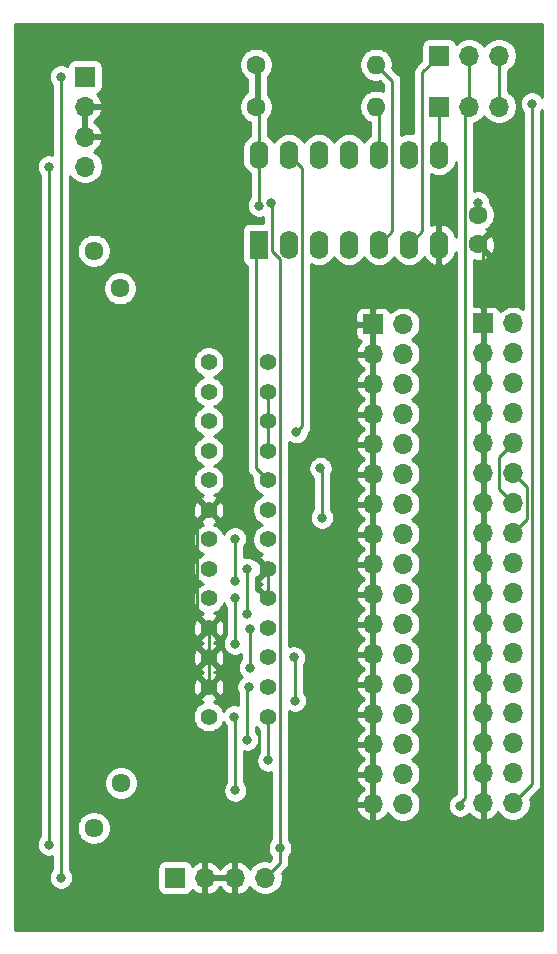
<source format=gbr>
%TF.GenerationSoftware,KiCad,Pcbnew,(5.1.10)-1*%
%TF.CreationDate,2024-05-08T08:20:22+02:00*%
%TF.ProjectId,KC85-FDD_IN,4b433835-2d46-4444-945f-494e2e6b6963,rev?*%
%TF.SameCoordinates,Original*%
%TF.FileFunction,Copper,L1,Top*%
%TF.FilePolarity,Positive*%
%FSLAX46Y46*%
G04 Gerber Fmt 4.6, Leading zero omitted, Abs format (unit mm)*
G04 Created by KiCad (PCBNEW (5.1.10)-1) date 2024-05-08 08:20:22*
%MOMM*%
%LPD*%
G01*
G04 APERTURE LIST*
%TA.AperFunction,ComponentPad*%
%ADD10O,1.600000X2.400000*%
%TD*%
%TA.AperFunction,ComponentPad*%
%ADD11R,1.600000X2.400000*%
%TD*%
%TA.AperFunction,ComponentPad*%
%ADD12O,1.600000X1.600000*%
%TD*%
%TA.AperFunction,ComponentPad*%
%ADD13C,1.600000*%
%TD*%
%TA.AperFunction,ComponentPad*%
%ADD14O,1.700000X1.700000*%
%TD*%
%TA.AperFunction,ComponentPad*%
%ADD15R,1.700000X1.700000*%
%TD*%
%TA.AperFunction,ComponentPad*%
%ADD16C,1.400000*%
%TD*%
%TA.AperFunction,ComponentPad*%
%ADD17C,1.610000*%
%TD*%
%TA.AperFunction,ViaPad*%
%ADD18C,0.800000*%
%TD*%
%TA.AperFunction,Conductor*%
%ADD19C,0.250000*%
%TD*%
%TA.AperFunction,Conductor*%
%ADD20C,0.254000*%
%TD*%
%TA.AperFunction,Conductor*%
%ADD21C,0.100000*%
%TD*%
G04 APERTURE END LIST*
D10*
%TO.P,U1,14*%
%TO.N,+5P*%
X112776000Y-88646000D03*
%TO.P,U1,7*%
%TO.N,GND*%
X128016000Y-96266000D03*
%TO.P,U1,13*%
%TO.N,SE0*%
X115316000Y-88646000D03*
%TO.P,U1,6*%
%TO.N,Net-(J7-Pad1)*%
X125476000Y-96266000D03*
%TO.P,U1,12*%
%TO.N,SE0*%
X117856000Y-88646000D03*
%TO.P,U1,5*%
%TO.N,Net-(R2-Pad2)*%
X122936000Y-96266000D03*
%TO.P,U1,11*%
%TO.N,Net-(R1-Pad2)*%
X120396000Y-88646000D03*
%TO.P,U1,4*%
%TO.N,Net-(R2-Pad2)*%
X120396000Y-96266000D03*
%TO.P,U1,10*%
%TO.N,Net-(R1-Pad2)*%
X122936000Y-88646000D03*
%TO.P,U1,3*%
%TO.N,Net-(R2-Pad2)*%
X117856000Y-96266000D03*
%TO.P,U1,9*%
%TO.N,Net-(R1-Pad2)*%
X125476000Y-88646000D03*
%TO.P,U1,2*%
%TO.N,SE1*%
X115316000Y-96266000D03*
%TO.P,U1,8*%
%TO.N,Net-(J6-Pad1)*%
X128016000Y-88646000D03*
D11*
%TO.P,U1,1*%
%TO.N,SE1*%
X112776000Y-96266000D03*
%TD*%
D12*
%TO.P,R2,2*%
%TO.N,Net-(R2-Pad2)*%
X122682000Y-81026000D03*
D13*
%TO.P,R2,1*%
%TO.N,+5P*%
X112522000Y-81026000D03*
%TD*%
D12*
%TO.P,R1,2*%
%TO.N,Net-(R1-Pad2)*%
X122682000Y-84582000D03*
D13*
%TO.P,R1,1*%
%TO.N,+5P*%
X112522000Y-84582000D03*
%TD*%
D14*
%TO.P,J7,3*%
%TO.N,Net-(J4-Pad34)*%
X133096000Y-80264000D03*
%TO.P,J7,2*%
%TO.N,RDY*%
X130556000Y-80264000D03*
D15*
%TO.P,J7,1*%
%TO.N,Net-(J7-Pad1)*%
X128016000Y-80264000D03*
%TD*%
D14*
%TO.P,J6,3*%
%TO.N,Net-(J4-Pad34)*%
X133096000Y-84582000D03*
%TO.P,J6,2*%
%TO.N,RDY*%
X130556000Y-84582000D03*
D15*
%TO.P,J6,1*%
%TO.N,Net-(J6-Pad1)*%
X128016000Y-84582000D03*
%TD*%
D14*
%TO.P,J5,4*%
%TO.N,+5P*%
X113284000Y-149860000D03*
%TO.P,J5,3*%
%TO.N,GND*%
X110744000Y-149860000D03*
%TO.P,J5,2*%
X108204000Y-149860000D03*
D15*
%TO.P,J5,1*%
%TO.N,+12P*%
X105664000Y-149860000D03*
%TD*%
D14*
%TO.P,J4,34*%
%TO.N,Net-(J4-Pad34)*%
X134292000Y-143566000D03*
%TO.P,J4,33*%
%TO.N,GND*%
X131752000Y-143566000D03*
%TO.P,J4,32*%
%TO.N,SS*%
X134292000Y-141026000D03*
%TO.P,J4,31*%
%TO.N,GND*%
X131752000Y-141026000D03*
%TO.P,J4,30*%
%TO.N,RD*%
X134292000Y-138486000D03*
%TO.P,J4,29*%
%TO.N,GND*%
X131752000Y-138486000D03*
%TO.P,J4,28*%
%TO.N,WP*%
X134292000Y-135946000D03*
%TO.P,J4,27*%
%TO.N,GND*%
X131752000Y-135946000D03*
%TO.P,J4,26*%
%TO.N,T0*%
X134292000Y-133406000D03*
%TO.P,J4,25*%
%TO.N,GND*%
X131752000Y-133406000D03*
%TO.P,J4,24*%
%TO.N,WE*%
X134292000Y-130866000D03*
%TO.P,J4,23*%
%TO.N,GND*%
X131752000Y-130866000D03*
%TO.P,J4,22*%
%TO.N,WD*%
X134292000Y-128326000D03*
%TO.P,J4,21*%
%TO.N,GND*%
X131752000Y-128326000D03*
%TO.P,J4,20*%
%TO.N,ST*%
X134292000Y-125786000D03*
%TO.P,J4,19*%
%TO.N,GND*%
X131752000Y-125786000D03*
%TO.P,J4,18*%
%TO.N,SD*%
X134292000Y-123246000D03*
%TO.P,J4,17*%
%TO.N,GND*%
X131752000Y-123246000D03*
%TO.P,J4,16*%
%TO.N,SE0*%
X134292000Y-120706000D03*
%TO.P,J4,15*%
%TO.N,GND*%
X131752000Y-120706000D03*
%TO.P,J4,14*%
%TO.N,SE1*%
X134292000Y-118166000D03*
%TO.P,J4,13*%
%TO.N,GND*%
X131752000Y-118166000D03*
%TO.P,J4,12*%
%TO.N,SE0*%
X134292000Y-115626000D03*
%TO.P,J4,11*%
%TO.N,GND*%
X131752000Y-115626000D03*
%TO.P,J4,10*%
%TO.N,SE1*%
X134292000Y-113086000D03*
%TO.P,J4,9*%
%TO.N,GND*%
X131752000Y-113086000D03*
%TO.P,J4,8*%
%TO.N,IX*%
X134292000Y-110546000D03*
%TO.P,J4,7*%
%TO.N,GND*%
X131752000Y-110546000D03*
%TO.P,J4,6*%
%TO.N,N/C*%
X134292000Y-108006000D03*
%TO.P,J4,5*%
%TO.N,GND*%
X131752000Y-108006000D03*
%TO.P,J4,4*%
%TO.N,N/C*%
X134292000Y-105466000D03*
%TO.P,J4,3*%
%TO.N,GND*%
X131752000Y-105466000D03*
%TO.P,J4,2*%
%TO.N,N/C*%
X134292000Y-102926000D03*
D15*
%TO.P,J4,1*%
%TO.N,GND*%
X131752000Y-102926000D03*
%TD*%
D14*
%TO.P,J2,4*%
%TO.N,+5P*%
X98044000Y-89662000D03*
%TO.P,J2,3*%
%TO.N,GND*%
X98044000Y-87122000D03*
%TO.P,J2,2*%
X98044000Y-84582000D03*
D15*
%TO.P,J2,1*%
%TO.N,+12P*%
X98044000Y-82042000D03*
%TD*%
D13*
%TO.P,C1,2*%
%TO.N,GND*%
X131318000Y-96226000D03*
%TO.P,C1,1*%
%TO.N,+5P*%
X131318000Y-93726000D03*
%TD*%
D16*
%TO.P,J1,a13*%
%TO.N,RDY*%
X108512000Y-136224000D03*
%TO.P,J1,a12*%
%TO.N,GND*%
X108512000Y-133724000D03*
%TO.P,J1,a11*%
X108512000Y-131224000D03*
%TO.P,J1,a10*%
X108512000Y-128724000D03*
%TO.P,J1,a9*%
%TO.N,WE*%
X108512000Y-126224000D03*
%TO.P,J1,a8*%
%TO.N,WD*%
X108512000Y-123724000D03*
%TO.P,J1,a7*%
%TO.N,ST*%
X108512000Y-121224000D03*
%TO.P,J1,a6*%
%TO.N,GND*%
X108512000Y-118724000D03*
%TO.P,J1,a5*%
%TO.N,SE2*%
X108512000Y-116224000D03*
%TO.P,J1,a4*%
%TO.N,SE0*%
X108512000Y-113724000D03*
%TO.P,J1,a3*%
%TO.N,IX*%
X108512000Y-111224000D03*
%TO.P,J1,a2*%
%TO.N,SE3*%
X108512000Y-108724000D03*
%TO.P,J1,a1*%
%TO.N,N/C*%
X108512000Y-106224000D03*
%TO.P,J1,b13*%
%TO.N,SS*%
X113512000Y-136224000D03*
%TO.P,J1,b12*%
%TO.N,RD*%
X113512000Y-133724000D03*
%TO.P,J1,b11*%
%TO.N,WP*%
X113512000Y-131224000D03*
%TO.P,J1,b10*%
%TO.N,T0*%
X113512000Y-128724000D03*
%TO.P,J1,b9*%
%TO.N,GND*%
X113512000Y-126224000D03*
%TO.P,J1,b8*%
X113512000Y-123724000D03*
%TO.P,J1,b7*%
%TO.N,SD*%
X113512000Y-121224000D03*
%TO.P,J1,b6*%
%TO.N,N/C*%
X113512000Y-118724000D03*
%TO.P,J1,b5*%
%TO.N,SE1*%
X113512000Y-116224000D03*
%TO.P,J1,b4*%
%TO.N,GND*%
X113512000Y-113724000D03*
%TO.P,J1,b3*%
X113512000Y-111224000D03*
%TO.P,J1,b2*%
X113512000Y-108724000D03*
%TO.P,J1,b1*%
%TO.N,N/C*%
X113512000Y-106224000D03*
D17*
%TO.P,J1,*%
%TO.N,*%
X101092000Y-141859000D03*
X101012000Y-99974000D03*
X98780600Y-145669000D03*
X98780600Y-96774000D03*
%TD*%
D14*
%TO.P,J3,34*%
%TO.N,RDY*%
X124967000Y-143645001D03*
%TO.P,J3,33*%
%TO.N,GND*%
X122427000Y-143645001D03*
%TO.P,J3,32*%
%TO.N,SS*%
X124967000Y-141105001D03*
%TO.P,J3,31*%
%TO.N,GND*%
X122427000Y-141105001D03*
%TO.P,J3,30*%
%TO.N,RD*%
X124967000Y-138565001D03*
%TO.P,J3,29*%
%TO.N,GND*%
X122427000Y-138565001D03*
%TO.P,J3,28*%
%TO.N,WP*%
X124967000Y-136025001D03*
%TO.P,J3,27*%
%TO.N,GND*%
X122427000Y-136025001D03*
%TO.P,J3,26*%
%TO.N,T0*%
X124967000Y-133485001D03*
%TO.P,J3,25*%
%TO.N,GND*%
X122427000Y-133485001D03*
%TO.P,J3,24*%
%TO.N,WE*%
X124967000Y-130945001D03*
%TO.P,J3,23*%
%TO.N,GND*%
X122427000Y-130945001D03*
%TO.P,J3,22*%
%TO.N,WD*%
X124967000Y-128405001D03*
%TO.P,J3,21*%
%TO.N,GND*%
X122427000Y-128405001D03*
%TO.P,J3,20*%
%TO.N,ST*%
X124967000Y-125865001D03*
%TO.P,J3,19*%
%TO.N,GND*%
X122427000Y-125865001D03*
%TO.P,J3,18*%
%TO.N,SD*%
X124967000Y-123325001D03*
%TO.P,J3,17*%
%TO.N,GND*%
X122427000Y-123325001D03*
%TO.P,J3,16*%
%TO.N,N/C*%
X124967000Y-120785001D03*
%TO.P,J3,15*%
%TO.N,GND*%
X122427000Y-120785001D03*
%TO.P,J3,14*%
%TO.N,SE2*%
X124967000Y-118245001D03*
%TO.P,J3,13*%
%TO.N,GND*%
X122427000Y-118245001D03*
%TO.P,J3,12*%
%TO.N,SE1*%
X124967000Y-115705001D03*
%TO.P,J3,11*%
%TO.N,GND*%
X122427000Y-115705001D03*
%TO.P,J3,10*%
%TO.N,SE0*%
X124967000Y-113165001D03*
%TO.P,J3,9*%
%TO.N,GND*%
X122427000Y-113165001D03*
%TO.P,J3,8*%
%TO.N,IX*%
X124967000Y-110625001D03*
%TO.P,J3,7*%
%TO.N,GND*%
X122427000Y-110625001D03*
%TO.P,J3,6*%
%TO.N,SE3*%
X124967000Y-108085001D03*
%TO.P,J3,5*%
%TO.N,GND*%
X122427000Y-108085001D03*
%TO.P,J3,4*%
%TO.N,N/C*%
X124967000Y-105545001D03*
%TO.P,J3,3*%
%TO.N,GND*%
X122427000Y-105545001D03*
%TO.P,J3,2*%
%TO.N,N/C*%
X124967000Y-103005001D03*
D15*
%TO.P,J3,1*%
%TO.N,GND*%
X122427000Y-103005001D03*
%TD*%
D18*
%TO.N,RDY*%
X110664000Y-136224000D03*
X110768000Y-142470000D03*
X129794000Y-143764000D03*
%TO.N,GND*%
X128016000Y-100838000D03*
X122427000Y-100839000D03*
X131752000Y-100912000D03*
X110744000Y-144272000D03*
X109221000Y-100839000D03*
X109220000Y-87122000D03*
%TO.N,WE*%
X110730000Y-126224000D03*
X110744000Y-130048000D03*
%TO.N,WD*%
X111760000Y-127508000D03*
X111734000Y-123724000D03*
%TO.N,ST*%
X110744000Y-121158000D03*
X110779001Y-124749001D03*
%TO.N,SE2*%
X118110000Y-119380000D03*
X117973001Y-115198999D03*
%TO.N,SS*%
X113562000Y-139930000D03*
%TO.N,RD*%
X111894000Y-133724000D03*
X111760000Y-138176000D03*
%TO.N,WP*%
X115730000Y-131224000D03*
X115824000Y-134874000D03*
%TO.N,T0*%
X112014000Y-128778000D03*
X112014000Y-132080000D03*
%TO.N,SE0*%
X115951000Y-112141000D03*
%TO.N,+5P*%
X131318000Y-92710000D03*
X112776000Y-92964000D03*
X113792000Y-92710000D03*
X94996000Y-89662000D03*
X94996000Y-147066000D03*
X114537001Y-147336999D03*
%TO.N,+12P*%
X96012000Y-82042000D03*
X96012000Y-149860000D03*
%TO.N,Net-(J4-Pad34)*%
X135890000Y-84328000D03*
%TD*%
D19*
%TO.N,RDY*%
X110768000Y-136328000D02*
X110664000Y-136224000D01*
X110768000Y-142470000D02*
X110768000Y-136328000D01*
X130556000Y-84582000D02*
X130556000Y-80264000D01*
X130192999Y-84945001D02*
X130192999Y-143111001D01*
X130556000Y-84582000D02*
X130192999Y-84945001D01*
X130192999Y-143111001D02*
X129794000Y-143510000D01*
X129794000Y-143510000D02*
X129794000Y-143764000D01*
X129794000Y-143764000D02*
X129794000Y-143764000D01*
%TO.N,GND*%
X108512000Y-133724000D02*
X108512000Y-128724000D01*
X113512000Y-126224000D02*
X113512000Y-123724000D01*
X107486999Y-119749001D02*
X108512000Y-118724000D01*
X107486999Y-127698999D02*
X107486999Y-119749001D01*
X108512000Y-128724000D02*
X107486999Y-127698999D01*
X113512000Y-113724000D02*
X113512000Y-108724000D01*
X122427000Y-103005001D02*
X122427000Y-143645001D01*
X131752000Y-143566000D02*
X131752000Y-102926000D01*
X131752000Y-96660000D02*
X131318000Y-96226000D01*
X131752000Y-102926000D02*
X131752000Y-100912000D01*
X122427000Y-103005001D02*
X122427000Y-100839000D01*
X128016000Y-96266000D02*
X128016000Y-100838000D01*
X128016000Y-100838000D02*
X128016000Y-100838000D01*
X122427000Y-100839000D02*
X122427000Y-100839000D01*
X131752000Y-100912000D02*
X131752000Y-96660000D01*
X110744000Y-149860000D02*
X110744000Y-144272000D01*
X109221000Y-87123000D02*
X109220000Y-87122000D01*
X109221000Y-100839000D02*
X109221000Y-87123000D01*
X98044000Y-87122000D02*
X98044000Y-84582000D01*
%TO.N,WE*%
X110744000Y-126238000D02*
X110730000Y-126224000D01*
X110744000Y-130048000D02*
X110744000Y-126238000D01*
%TO.N,WD*%
X111760000Y-123750000D02*
X111734000Y-123724000D01*
X111760000Y-127508000D02*
X111760000Y-123750000D01*
%TO.N,ST*%
X110779001Y-121193001D02*
X110744000Y-121158000D01*
X110779001Y-124749001D02*
X110779001Y-121193001D01*
%TO.N,SE1*%
X112486999Y-115198999D02*
X113512000Y-116224000D01*
X112486999Y-96555001D02*
X112486999Y-115198999D01*
X112776000Y-96266000D02*
X112486999Y-96555001D01*
X133116999Y-114261001D02*
X134292000Y-113086000D01*
X133116999Y-116990999D02*
X133116999Y-114261001D01*
X134292000Y-118166000D02*
X133116999Y-116990999D01*
%TO.N,SE2*%
X118110000Y-115335998D02*
X117973001Y-115198999D01*
X118110000Y-119380000D02*
X118110000Y-115335998D01*
%TO.N,SS*%
X113562000Y-136274000D02*
X113512000Y-136224000D01*
X113562000Y-139930000D02*
X113562000Y-136274000D01*
%TO.N,RD*%
X111760000Y-133858000D02*
X111894000Y-133724000D01*
X111760000Y-138176000D02*
X111760000Y-133858000D01*
%TO.N,WP*%
X115824000Y-131318000D02*
X115730000Y-131224000D01*
X115824000Y-134874000D02*
X115824000Y-131318000D01*
%TO.N,T0*%
X112014000Y-132080000D02*
X112014000Y-128778000D01*
%TO.N,SE0*%
X116441010Y-89771010D02*
X115316000Y-88646000D01*
X116441010Y-111650990D02*
X116441010Y-89771010D01*
X115951000Y-112141000D02*
X116441010Y-111650990D01*
X135467001Y-119530999D02*
X134292000Y-120706000D01*
X135467001Y-116801001D02*
X135467001Y-119530999D01*
X134292000Y-115626000D02*
X135467001Y-116801001D01*
%TO.N,+5P*%
X112776000Y-81280000D02*
X112522000Y-81026000D01*
X112776000Y-88646000D02*
X112776000Y-81280000D01*
X112776000Y-88646000D02*
X112776000Y-92964000D01*
X131318000Y-93726000D02*
X131318000Y-92710000D01*
X131318000Y-92710000D02*
X131318000Y-92710000D01*
X112776000Y-92964000D02*
X112776000Y-92964000D01*
X112522000Y-84582000D02*
X112522000Y-81026000D01*
X113901001Y-96842005D02*
X113901001Y-92819001D01*
X114537001Y-97478005D02*
X113901001Y-96842005D01*
X114537001Y-148606999D02*
X114537001Y-147336999D01*
X113284000Y-149860000D02*
X114537001Y-148606999D01*
X94996000Y-89662000D02*
X94996000Y-147066000D01*
X94996000Y-147066000D02*
X94996000Y-147066000D01*
X114537001Y-147336999D02*
X114537001Y-97478005D01*
%TO.N,+12P*%
X96012000Y-82042000D02*
X96012000Y-149860000D01*
X96012000Y-149860000D02*
X96012000Y-149860000D01*
%TO.N,Net-(J4-Pad34)*%
X133096000Y-84582000D02*
X133096000Y-80264000D01*
X135917011Y-141940989D02*
X135917011Y-84609011D01*
X134292000Y-143566000D02*
X135917011Y-141940989D01*
X135917011Y-84609011D02*
X135890000Y-84582000D01*
X135890000Y-84582000D02*
X135890000Y-84328000D01*
X135890000Y-84328000D02*
X135890000Y-84328000D01*
%TO.N,Net-(J6-Pad1)*%
X128016000Y-88646000D02*
X128016000Y-84582000D01*
%TO.N,Net-(J7-Pad1)*%
X126601010Y-81678990D02*
X128016000Y-80264000D01*
X126601010Y-95140990D02*
X126601010Y-81678990D01*
X125476000Y-96266000D02*
X126601010Y-95140990D01*
%TO.N,Net-(R1-Pad2)*%
X122936000Y-84836000D02*
X122682000Y-84582000D01*
X122936000Y-88646000D02*
X122936000Y-84836000D01*
%TO.N,Net-(R2-Pad2)*%
X124061010Y-82405010D02*
X122682000Y-81026000D01*
X124061010Y-95140990D02*
X124061010Y-82405010D01*
X122936000Y-96266000D02*
X124061010Y-95140990D01*
%TD*%
D20*
%TO.N,GND*%
X136754001Y-83758118D02*
X136693937Y-83668226D01*
X136549774Y-83524063D01*
X136380256Y-83410795D01*
X136191898Y-83332774D01*
X135991939Y-83293000D01*
X135788061Y-83293000D01*
X135588102Y-83332774D01*
X135399744Y-83410795D01*
X135230226Y-83524063D01*
X135086063Y-83668226D01*
X134972795Y-83837744D01*
X134894774Y-84026102D01*
X134855000Y-84226061D01*
X134855000Y-84429939D01*
X134894774Y-84629898D01*
X134972795Y-84818256D01*
X135086063Y-84987774D01*
X135157012Y-85058723D01*
X135157012Y-101717988D01*
X134995411Y-101610010D01*
X134725158Y-101498068D01*
X134438260Y-101441000D01*
X134145740Y-101441000D01*
X133858842Y-101498068D01*
X133588589Y-101610010D01*
X133345368Y-101772525D01*
X133213513Y-101904380D01*
X133191502Y-101831820D01*
X133132537Y-101721506D01*
X133053185Y-101624815D01*
X132956494Y-101545463D01*
X132846180Y-101486498D01*
X132726482Y-101450188D01*
X132602000Y-101437928D01*
X132037750Y-101441000D01*
X131879000Y-101599750D01*
X131879000Y-102799000D01*
X131899000Y-102799000D01*
X131899000Y-103053000D01*
X131879000Y-103053000D01*
X131879000Y-105339000D01*
X131899000Y-105339000D01*
X131899000Y-105593000D01*
X131879000Y-105593000D01*
X131879000Y-107879000D01*
X131899000Y-107879000D01*
X131899000Y-108133000D01*
X131879000Y-108133000D01*
X131879000Y-110419000D01*
X131899000Y-110419000D01*
X131899000Y-110673000D01*
X131879000Y-110673000D01*
X131879000Y-112959000D01*
X131899000Y-112959000D01*
X131899000Y-113213000D01*
X131879000Y-113213000D01*
X131879000Y-115499000D01*
X131899000Y-115499000D01*
X131899000Y-115753000D01*
X131879000Y-115753000D01*
X131879000Y-118039000D01*
X131899000Y-118039000D01*
X131899000Y-118293000D01*
X131879000Y-118293000D01*
X131879000Y-120579000D01*
X131899000Y-120579000D01*
X131899000Y-120833000D01*
X131879000Y-120833000D01*
X131879000Y-123119000D01*
X131899000Y-123119000D01*
X131899000Y-123373000D01*
X131879000Y-123373000D01*
X131879000Y-125659000D01*
X131899000Y-125659000D01*
X131899000Y-125913000D01*
X131879000Y-125913000D01*
X131879000Y-128199000D01*
X131899000Y-128199000D01*
X131899000Y-128453000D01*
X131879000Y-128453000D01*
X131879000Y-130739000D01*
X131899000Y-130739000D01*
X131899000Y-130993000D01*
X131879000Y-130993000D01*
X131879000Y-133279000D01*
X131899000Y-133279000D01*
X131899000Y-133533000D01*
X131879000Y-133533000D01*
X131879000Y-135819000D01*
X131899000Y-135819000D01*
X131899000Y-136073000D01*
X131879000Y-136073000D01*
X131879000Y-138359000D01*
X131899000Y-138359000D01*
X131899000Y-138613000D01*
X131879000Y-138613000D01*
X131879000Y-140899000D01*
X131899000Y-140899000D01*
X131899000Y-141153000D01*
X131879000Y-141153000D01*
X131879000Y-143439000D01*
X131899000Y-143439000D01*
X131899000Y-143693000D01*
X131879000Y-143693000D01*
X131879000Y-144886814D01*
X132108891Y-145007481D01*
X132383252Y-144910157D01*
X132633355Y-144761178D01*
X132849588Y-144566269D01*
X133020900Y-144336594D01*
X133138525Y-144512632D01*
X133345368Y-144719475D01*
X133588589Y-144881990D01*
X133858842Y-144993932D01*
X134145740Y-145051000D01*
X134438260Y-145051000D01*
X134725158Y-144993932D01*
X134995411Y-144881990D01*
X135238632Y-144719475D01*
X135445475Y-144512632D01*
X135607990Y-144269411D01*
X135719932Y-143999158D01*
X135777000Y-143712260D01*
X135777000Y-143419740D01*
X135733210Y-143199592D01*
X136428015Y-142504787D01*
X136457012Y-142480990D01*
X136551985Y-142365265D01*
X136622557Y-142233236D01*
X136666014Y-142089975D01*
X136677011Y-141978322D01*
X136677011Y-141978321D01*
X136680688Y-141940989D01*
X136677011Y-141903656D01*
X136677011Y-85004700D01*
X136693937Y-84987774D01*
X136754001Y-84897882D01*
X136754000Y-154280000D01*
X92100000Y-154280000D01*
X92100000Y-89560061D01*
X93961000Y-89560061D01*
X93961000Y-89763939D01*
X94000774Y-89963898D01*
X94078795Y-90152256D01*
X94192063Y-90321774D01*
X94236000Y-90365711D01*
X94236001Y-146362288D01*
X94192063Y-146406226D01*
X94078795Y-146575744D01*
X94000774Y-146764102D01*
X93961000Y-146964061D01*
X93961000Y-147167939D01*
X94000774Y-147367898D01*
X94078795Y-147556256D01*
X94192063Y-147725774D01*
X94336226Y-147869937D01*
X94505744Y-147983205D01*
X94694102Y-148061226D01*
X94894061Y-148101000D01*
X95097939Y-148101000D01*
X95252001Y-148070355D01*
X95252001Y-149156288D01*
X95208063Y-149200226D01*
X95094795Y-149369744D01*
X95016774Y-149558102D01*
X94977000Y-149758061D01*
X94977000Y-149961939D01*
X95016774Y-150161898D01*
X95094795Y-150350256D01*
X95208063Y-150519774D01*
X95352226Y-150663937D01*
X95521744Y-150777205D01*
X95710102Y-150855226D01*
X95910061Y-150895000D01*
X96113939Y-150895000D01*
X96313898Y-150855226D01*
X96502256Y-150777205D01*
X96671774Y-150663937D01*
X96815937Y-150519774D01*
X96929205Y-150350256D01*
X97007226Y-150161898D01*
X97047000Y-149961939D01*
X97047000Y-149758061D01*
X97007226Y-149558102D01*
X96929205Y-149369744D01*
X96815937Y-149200226D01*
X96772000Y-149156289D01*
X96772000Y-149010000D01*
X104175928Y-149010000D01*
X104175928Y-150710000D01*
X104188188Y-150834482D01*
X104224498Y-150954180D01*
X104283463Y-151064494D01*
X104362815Y-151161185D01*
X104459506Y-151240537D01*
X104569820Y-151299502D01*
X104689518Y-151335812D01*
X104814000Y-151348072D01*
X106514000Y-151348072D01*
X106638482Y-151335812D01*
X106758180Y-151299502D01*
X106868494Y-151240537D01*
X106965185Y-151161185D01*
X107044537Y-151064494D01*
X107103502Y-150954180D01*
X107127966Y-150873534D01*
X107203731Y-150957588D01*
X107437080Y-151131641D01*
X107699901Y-151256825D01*
X107847110Y-151301476D01*
X108077000Y-151180155D01*
X108077000Y-149987000D01*
X108331000Y-149987000D01*
X108331000Y-151180155D01*
X108560890Y-151301476D01*
X108708099Y-151256825D01*
X108970920Y-151131641D01*
X109204269Y-150957588D01*
X109399178Y-150741355D01*
X109474000Y-150615745D01*
X109548822Y-150741355D01*
X109743731Y-150957588D01*
X109977080Y-151131641D01*
X110239901Y-151256825D01*
X110387110Y-151301476D01*
X110617000Y-151180155D01*
X110617000Y-149987000D01*
X108331000Y-149987000D01*
X108077000Y-149987000D01*
X108057000Y-149987000D01*
X108057000Y-149733000D01*
X108077000Y-149733000D01*
X108077000Y-148539845D01*
X108331000Y-148539845D01*
X108331000Y-149733000D01*
X110617000Y-149733000D01*
X110617000Y-148539845D01*
X110387110Y-148418524D01*
X110239901Y-148463175D01*
X109977080Y-148588359D01*
X109743731Y-148762412D01*
X109548822Y-148978645D01*
X109474000Y-149104255D01*
X109399178Y-148978645D01*
X109204269Y-148762412D01*
X108970920Y-148588359D01*
X108708099Y-148463175D01*
X108560890Y-148418524D01*
X108331000Y-148539845D01*
X108077000Y-148539845D01*
X107847110Y-148418524D01*
X107699901Y-148463175D01*
X107437080Y-148588359D01*
X107203731Y-148762412D01*
X107127966Y-148846466D01*
X107103502Y-148765820D01*
X107044537Y-148655506D01*
X106965185Y-148558815D01*
X106868494Y-148479463D01*
X106758180Y-148420498D01*
X106638482Y-148384188D01*
X106514000Y-148371928D01*
X104814000Y-148371928D01*
X104689518Y-148384188D01*
X104569820Y-148420498D01*
X104459506Y-148479463D01*
X104362815Y-148558815D01*
X104283463Y-148655506D01*
X104224498Y-148765820D01*
X104188188Y-148885518D01*
X104175928Y-149010000D01*
X96772000Y-149010000D01*
X96772000Y-145527172D01*
X97340600Y-145527172D01*
X97340600Y-145810828D01*
X97395938Y-146089033D01*
X97504488Y-146351096D01*
X97662079Y-146586947D01*
X97862653Y-146787521D01*
X98098504Y-146945112D01*
X98360567Y-147053662D01*
X98638772Y-147109000D01*
X98922428Y-147109000D01*
X99200633Y-147053662D01*
X99462696Y-146945112D01*
X99698547Y-146787521D01*
X99899121Y-146586947D01*
X100056712Y-146351096D01*
X100165262Y-146089033D01*
X100220600Y-145810828D01*
X100220600Y-145527172D01*
X100165262Y-145248967D01*
X100056712Y-144986904D01*
X99899121Y-144751053D01*
X99698547Y-144550479D01*
X99462696Y-144392888D01*
X99200633Y-144284338D01*
X98922428Y-144229000D01*
X98638772Y-144229000D01*
X98360567Y-144284338D01*
X98098504Y-144392888D01*
X97862653Y-144550479D01*
X97662079Y-144751053D01*
X97504488Y-144986904D01*
X97395938Y-145248967D01*
X97340600Y-145527172D01*
X96772000Y-145527172D01*
X96772000Y-141717172D01*
X99652000Y-141717172D01*
X99652000Y-142000828D01*
X99707338Y-142279033D01*
X99815888Y-142541096D01*
X99973479Y-142776947D01*
X100174053Y-142977521D01*
X100409904Y-143135112D01*
X100671967Y-143243662D01*
X100950172Y-143299000D01*
X101233828Y-143299000D01*
X101512033Y-143243662D01*
X101774096Y-143135112D01*
X102009947Y-142977521D01*
X102210521Y-142776947D01*
X102368112Y-142541096D01*
X102476662Y-142279033D01*
X102532000Y-142000828D01*
X102532000Y-141717172D01*
X102476662Y-141438967D01*
X102368112Y-141176904D01*
X102210521Y-140941053D01*
X102009947Y-140740479D01*
X101774096Y-140582888D01*
X101512033Y-140474338D01*
X101233828Y-140419000D01*
X100950172Y-140419000D01*
X100671967Y-140474338D01*
X100409904Y-140582888D01*
X100174053Y-140740479D01*
X99973479Y-140941053D01*
X99815888Y-141176904D01*
X99707338Y-141438967D01*
X99652000Y-141717172D01*
X96772000Y-141717172D01*
X96772000Y-133798473D01*
X107172610Y-133798473D01*
X107212875Y-134058344D01*
X107303065Y-134305366D01*
X107356963Y-134406203D01*
X107590731Y-134465664D01*
X108332395Y-133724000D01*
X108691605Y-133724000D01*
X109433269Y-134465664D01*
X109667037Y-134406203D01*
X109777934Y-134167758D01*
X109840183Y-133912260D01*
X109851390Y-133649527D01*
X109811125Y-133389656D01*
X109720935Y-133142634D01*
X109667037Y-133041797D01*
X109433269Y-132982336D01*
X108691605Y-133724000D01*
X108332395Y-133724000D01*
X107590731Y-132982336D01*
X107356963Y-133041797D01*
X107246066Y-133280242D01*
X107183817Y-133535740D01*
X107172610Y-133798473D01*
X96772000Y-133798473D01*
X96772000Y-132145269D01*
X107770336Y-132145269D01*
X107829797Y-132379037D01*
X108037995Y-132475867D01*
X107930634Y-132515065D01*
X107829797Y-132568963D01*
X107770336Y-132802731D01*
X108512000Y-133544395D01*
X109253664Y-132802731D01*
X109194203Y-132568963D01*
X108986005Y-132472133D01*
X109093366Y-132432935D01*
X109194203Y-132379037D01*
X109253664Y-132145269D01*
X108512000Y-131403605D01*
X107770336Y-132145269D01*
X96772000Y-132145269D01*
X96772000Y-131298473D01*
X107172610Y-131298473D01*
X107212875Y-131558344D01*
X107303065Y-131805366D01*
X107356963Y-131906203D01*
X107590731Y-131965664D01*
X108332395Y-131224000D01*
X108691605Y-131224000D01*
X109433269Y-131965664D01*
X109667037Y-131906203D01*
X109777934Y-131667758D01*
X109840183Y-131412260D01*
X109851390Y-131149527D01*
X109811125Y-130889656D01*
X109720935Y-130642634D01*
X109667037Y-130541797D01*
X109433269Y-130482336D01*
X108691605Y-131224000D01*
X108332395Y-131224000D01*
X107590731Y-130482336D01*
X107356963Y-130541797D01*
X107246066Y-130780242D01*
X107183817Y-131035740D01*
X107172610Y-131298473D01*
X96772000Y-131298473D01*
X96772000Y-129645269D01*
X107770336Y-129645269D01*
X107829797Y-129879037D01*
X108037995Y-129975867D01*
X107930634Y-130015065D01*
X107829797Y-130068963D01*
X107770336Y-130302731D01*
X108512000Y-131044395D01*
X109253664Y-130302731D01*
X109194203Y-130068963D01*
X108986005Y-129972133D01*
X109093366Y-129932935D01*
X109194203Y-129879037D01*
X109253664Y-129645269D01*
X108512000Y-128903605D01*
X107770336Y-129645269D01*
X96772000Y-129645269D01*
X96772000Y-128798473D01*
X107172610Y-128798473D01*
X107212875Y-129058344D01*
X107303065Y-129305366D01*
X107356963Y-129406203D01*
X107590731Y-129465664D01*
X108332395Y-128724000D01*
X108691605Y-128724000D01*
X109433269Y-129465664D01*
X109667037Y-129406203D01*
X109777934Y-129167758D01*
X109840183Y-128912260D01*
X109851390Y-128649527D01*
X109811125Y-128389656D01*
X109720935Y-128142634D01*
X109667037Y-128041797D01*
X109433269Y-127982336D01*
X108691605Y-128724000D01*
X108332395Y-128724000D01*
X107590731Y-127982336D01*
X107356963Y-128041797D01*
X107246066Y-128280242D01*
X107183817Y-128535740D01*
X107172610Y-128798473D01*
X96772000Y-128798473D01*
X96772000Y-121092514D01*
X107177000Y-121092514D01*
X107177000Y-121355486D01*
X107228304Y-121613405D01*
X107328939Y-121856359D01*
X107475038Y-122075013D01*
X107660987Y-122260962D01*
X107879641Y-122407061D01*
X108041246Y-122474000D01*
X107879641Y-122540939D01*
X107660987Y-122687038D01*
X107475038Y-122872987D01*
X107328939Y-123091641D01*
X107228304Y-123334595D01*
X107177000Y-123592514D01*
X107177000Y-123855486D01*
X107228304Y-124113405D01*
X107328939Y-124356359D01*
X107475038Y-124575013D01*
X107660987Y-124760962D01*
X107879641Y-124907061D01*
X108041246Y-124974000D01*
X107879641Y-125040939D01*
X107660987Y-125187038D01*
X107475038Y-125372987D01*
X107328939Y-125591641D01*
X107228304Y-125834595D01*
X107177000Y-126092514D01*
X107177000Y-126355486D01*
X107228304Y-126613405D01*
X107328939Y-126856359D01*
X107475038Y-127075013D01*
X107660987Y-127260962D01*
X107879641Y-127407061D01*
X108042118Y-127474361D01*
X107930634Y-127515065D01*
X107829797Y-127568963D01*
X107770336Y-127802731D01*
X108512000Y-128544395D01*
X109253664Y-127802731D01*
X109194203Y-127568963D01*
X108986596Y-127472408D01*
X109144359Y-127407061D01*
X109363013Y-127260962D01*
X109548962Y-127075013D01*
X109695061Y-126856359D01*
X109783358Y-126643190D01*
X109812795Y-126714256D01*
X109926063Y-126883774D01*
X109984001Y-126941712D01*
X109984000Y-129344289D01*
X109940063Y-129388226D01*
X109826795Y-129557744D01*
X109748774Y-129746102D01*
X109709000Y-129946061D01*
X109709000Y-130149939D01*
X109748774Y-130349898D01*
X109826795Y-130538256D01*
X109940063Y-130707774D01*
X110084226Y-130851937D01*
X110253744Y-130965205D01*
X110442102Y-131043226D01*
X110642061Y-131083000D01*
X110845939Y-131083000D01*
X111045898Y-131043226D01*
X111234256Y-130965205D01*
X111254000Y-130952012D01*
X111254000Y-131376289D01*
X111210063Y-131420226D01*
X111096795Y-131589744D01*
X111018774Y-131778102D01*
X110979000Y-131978061D01*
X110979000Y-132181939D01*
X111018774Y-132381898D01*
X111096795Y-132570256D01*
X111210063Y-132739774D01*
X111327817Y-132857528D01*
X111234226Y-132920063D01*
X111090063Y-133064226D01*
X110976795Y-133233744D01*
X110898774Y-133422102D01*
X110859000Y-133622061D01*
X110859000Y-133825939D01*
X110898774Y-134025898D01*
X110976795Y-134214256D01*
X111000001Y-134248986D01*
X111000001Y-135242900D01*
X110965898Y-135228774D01*
X110765939Y-135189000D01*
X110562061Y-135189000D01*
X110362102Y-135228774D01*
X110173744Y-135306795D01*
X110004226Y-135420063D01*
X109860063Y-135564226D01*
X109751195Y-135727159D01*
X109695061Y-135591641D01*
X109548962Y-135372987D01*
X109363013Y-135187038D01*
X109144359Y-135040939D01*
X108981882Y-134973639D01*
X109093366Y-134932935D01*
X109194203Y-134879037D01*
X109253664Y-134645269D01*
X108512000Y-133903605D01*
X107770336Y-134645269D01*
X107829797Y-134879037D01*
X108037404Y-134975592D01*
X107879641Y-135040939D01*
X107660987Y-135187038D01*
X107475038Y-135372987D01*
X107328939Y-135591641D01*
X107228304Y-135834595D01*
X107177000Y-136092514D01*
X107177000Y-136355486D01*
X107228304Y-136613405D01*
X107328939Y-136856359D01*
X107475038Y-137075013D01*
X107660987Y-137260962D01*
X107879641Y-137407061D01*
X108122595Y-137507696D01*
X108380514Y-137559000D01*
X108643486Y-137559000D01*
X108901405Y-137507696D01*
X109144359Y-137407061D01*
X109363013Y-137260962D01*
X109548962Y-137075013D01*
X109695061Y-136856359D01*
X109751195Y-136720841D01*
X109860063Y-136883774D01*
X110004226Y-137027937D01*
X110008001Y-137030459D01*
X110008000Y-141766289D01*
X109964063Y-141810226D01*
X109850795Y-141979744D01*
X109772774Y-142168102D01*
X109733000Y-142368061D01*
X109733000Y-142571939D01*
X109772774Y-142771898D01*
X109850795Y-142960256D01*
X109964063Y-143129774D01*
X110108226Y-143273937D01*
X110277744Y-143387205D01*
X110466102Y-143465226D01*
X110666061Y-143505000D01*
X110869939Y-143505000D01*
X111069898Y-143465226D01*
X111258256Y-143387205D01*
X111427774Y-143273937D01*
X111571937Y-143129774D01*
X111685205Y-142960256D01*
X111763226Y-142771898D01*
X111803000Y-142571939D01*
X111803000Y-142368061D01*
X111763226Y-142168102D01*
X111685205Y-141979744D01*
X111571937Y-141810226D01*
X111528000Y-141766289D01*
X111528000Y-139185129D01*
X111658061Y-139211000D01*
X111861939Y-139211000D01*
X112061898Y-139171226D01*
X112250256Y-139093205D01*
X112419774Y-138979937D01*
X112563937Y-138835774D01*
X112677205Y-138666256D01*
X112755226Y-138477898D01*
X112795000Y-138277939D01*
X112795000Y-138074061D01*
X112755226Y-137874102D01*
X112677205Y-137685744D01*
X112563937Y-137516226D01*
X112520000Y-137472289D01*
X112520000Y-137119975D01*
X112660987Y-137260962D01*
X112802001Y-137355184D01*
X112802000Y-139226289D01*
X112758063Y-139270226D01*
X112644795Y-139439744D01*
X112566774Y-139628102D01*
X112527000Y-139828061D01*
X112527000Y-140031939D01*
X112566774Y-140231898D01*
X112644795Y-140420256D01*
X112758063Y-140589774D01*
X112902226Y-140733937D01*
X113071744Y-140847205D01*
X113260102Y-140925226D01*
X113460061Y-140965000D01*
X113663939Y-140965000D01*
X113777001Y-140942511D01*
X113777001Y-146633288D01*
X113733064Y-146677225D01*
X113619796Y-146846743D01*
X113541775Y-147035101D01*
X113502001Y-147235060D01*
X113502001Y-147438938D01*
X113541775Y-147638897D01*
X113619796Y-147827255D01*
X113733064Y-147996773D01*
X113777001Y-148040710D01*
X113777001Y-148292197D01*
X113650408Y-148418790D01*
X113430260Y-148375000D01*
X113137740Y-148375000D01*
X112850842Y-148432068D01*
X112580589Y-148544010D01*
X112337368Y-148706525D01*
X112130525Y-148913368D01*
X112008805Y-149095534D01*
X111939178Y-148978645D01*
X111744269Y-148762412D01*
X111510920Y-148588359D01*
X111248099Y-148463175D01*
X111100890Y-148418524D01*
X110871000Y-148539845D01*
X110871000Y-149733000D01*
X110891000Y-149733000D01*
X110891000Y-149987000D01*
X110871000Y-149987000D01*
X110871000Y-151180155D01*
X111100890Y-151301476D01*
X111248099Y-151256825D01*
X111510920Y-151131641D01*
X111744269Y-150957588D01*
X111939178Y-150741355D01*
X112008805Y-150624466D01*
X112130525Y-150806632D01*
X112337368Y-151013475D01*
X112580589Y-151175990D01*
X112850842Y-151287932D01*
X113137740Y-151345000D01*
X113430260Y-151345000D01*
X113717158Y-151287932D01*
X113987411Y-151175990D01*
X114230632Y-151013475D01*
X114437475Y-150806632D01*
X114599990Y-150563411D01*
X114711932Y-150293158D01*
X114769000Y-150006260D01*
X114769000Y-149713740D01*
X114725210Y-149493592D01*
X115048005Y-149170797D01*
X115077002Y-149147000D01*
X115115574Y-149100000D01*
X115171975Y-149031276D01*
X115242547Y-148899246D01*
X115253004Y-148864774D01*
X115286004Y-148755985D01*
X115297001Y-148644332D01*
X115297001Y-148644322D01*
X115300677Y-148607000D01*
X115297001Y-148569677D01*
X115297001Y-148040710D01*
X115340938Y-147996773D01*
X115454206Y-147827255D01*
X115532227Y-147638897D01*
X115572001Y-147438938D01*
X115572001Y-147235060D01*
X115532227Y-147035101D01*
X115454206Y-146846743D01*
X115340938Y-146677225D01*
X115297001Y-146633288D01*
X115297001Y-144001891D01*
X120985524Y-144001891D01*
X121030175Y-144149100D01*
X121155359Y-144411921D01*
X121329412Y-144645270D01*
X121545645Y-144840179D01*
X121795748Y-144989158D01*
X122070109Y-145086482D01*
X122300000Y-144965815D01*
X122300000Y-143772001D01*
X121106845Y-143772001D01*
X120985524Y-144001891D01*
X115297001Y-144001891D01*
X115297001Y-141461891D01*
X120985524Y-141461891D01*
X121030175Y-141609100D01*
X121155359Y-141871921D01*
X121329412Y-142105270D01*
X121545645Y-142300179D01*
X121671255Y-142375001D01*
X121545645Y-142449823D01*
X121329412Y-142644732D01*
X121155359Y-142878081D01*
X121030175Y-143140902D01*
X120985524Y-143288111D01*
X121106845Y-143518001D01*
X122300000Y-143518001D01*
X122300000Y-141232001D01*
X121106845Y-141232001D01*
X120985524Y-141461891D01*
X115297001Y-141461891D01*
X115297001Y-138921891D01*
X120985524Y-138921891D01*
X121030175Y-139069100D01*
X121155359Y-139331921D01*
X121329412Y-139565270D01*
X121545645Y-139760179D01*
X121671255Y-139835001D01*
X121545645Y-139909823D01*
X121329412Y-140104732D01*
X121155359Y-140338081D01*
X121030175Y-140600902D01*
X120985524Y-140748111D01*
X121106845Y-140978001D01*
X122300000Y-140978001D01*
X122300000Y-138692001D01*
X121106845Y-138692001D01*
X120985524Y-138921891D01*
X115297001Y-138921891D01*
X115297001Y-136381891D01*
X120985524Y-136381891D01*
X121030175Y-136529100D01*
X121155359Y-136791921D01*
X121329412Y-137025270D01*
X121545645Y-137220179D01*
X121671255Y-137295001D01*
X121545645Y-137369823D01*
X121329412Y-137564732D01*
X121155359Y-137798081D01*
X121030175Y-138060902D01*
X120985524Y-138208111D01*
X121106845Y-138438001D01*
X122300000Y-138438001D01*
X122300000Y-136152001D01*
X121106845Y-136152001D01*
X120985524Y-136381891D01*
X115297001Y-136381891D01*
X115297001Y-135766654D01*
X115333744Y-135791205D01*
X115522102Y-135869226D01*
X115722061Y-135909000D01*
X115925939Y-135909000D01*
X116125898Y-135869226D01*
X116314256Y-135791205D01*
X116483774Y-135677937D01*
X116627937Y-135533774D01*
X116741205Y-135364256D01*
X116819226Y-135175898D01*
X116859000Y-134975939D01*
X116859000Y-134772061D01*
X116819226Y-134572102D01*
X116741205Y-134383744D01*
X116627937Y-134214226D01*
X116584000Y-134170289D01*
X116584000Y-133841891D01*
X120985524Y-133841891D01*
X121030175Y-133989100D01*
X121155359Y-134251921D01*
X121329412Y-134485270D01*
X121545645Y-134680179D01*
X121671255Y-134755001D01*
X121545645Y-134829823D01*
X121329412Y-135024732D01*
X121155359Y-135258081D01*
X121030175Y-135520902D01*
X120985524Y-135668111D01*
X121106845Y-135898001D01*
X122300000Y-135898001D01*
X122300000Y-133612001D01*
X121106845Y-133612001D01*
X120985524Y-133841891D01*
X116584000Y-133841891D01*
X116584000Y-131808849D01*
X116647205Y-131714256D01*
X116725226Y-131525898D01*
X116765000Y-131325939D01*
X116765000Y-131301891D01*
X120985524Y-131301891D01*
X121030175Y-131449100D01*
X121155359Y-131711921D01*
X121329412Y-131945270D01*
X121545645Y-132140179D01*
X121671255Y-132215001D01*
X121545645Y-132289823D01*
X121329412Y-132484732D01*
X121155359Y-132718081D01*
X121030175Y-132980902D01*
X120985524Y-133128111D01*
X121106845Y-133358001D01*
X122300000Y-133358001D01*
X122300000Y-131072001D01*
X121106845Y-131072001D01*
X120985524Y-131301891D01*
X116765000Y-131301891D01*
X116765000Y-131122061D01*
X116725226Y-130922102D01*
X116647205Y-130733744D01*
X116533937Y-130564226D01*
X116389774Y-130420063D01*
X116220256Y-130306795D01*
X116031898Y-130228774D01*
X115831939Y-130189000D01*
X115628061Y-130189000D01*
X115428102Y-130228774D01*
X115297001Y-130283078D01*
X115297001Y-128761891D01*
X120985524Y-128761891D01*
X121030175Y-128909100D01*
X121155359Y-129171921D01*
X121329412Y-129405270D01*
X121545645Y-129600179D01*
X121671255Y-129675001D01*
X121545645Y-129749823D01*
X121329412Y-129944732D01*
X121155359Y-130178081D01*
X121030175Y-130440902D01*
X120985524Y-130588111D01*
X121106845Y-130818001D01*
X122300000Y-130818001D01*
X122300000Y-128532001D01*
X121106845Y-128532001D01*
X120985524Y-128761891D01*
X115297001Y-128761891D01*
X115297001Y-126221891D01*
X120985524Y-126221891D01*
X121030175Y-126369100D01*
X121155359Y-126631921D01*
X121329412Y-126865270D01*
X121545645Y-127060179D01*
X121671255Y-127135001D01*
X121545645Y-127209823D01*
X121329412Y-127404732D01*
X121155359Y-127638081D01*
X121030175Y-127900902D01*
X120985524Y-128048111D01*
X121106845Y-128278001D01*
X122300000Y-128278001D01*
X122300000Y-125992001D01*
X121106845Y-125992001D01*
X120985524Y-126221891D01*
X115297001Y-126221891D01*
X115297001Y-123681891D01*
X120985524Y-123681891D01*
X121030175Y-123829100D01*
X121155359Y-124091921D01*
X121329412Y-124325270D01*
X121545645Y-124520179D01*
X121671255Y-124595001D01*
X121545645Y-124669823D01*
X121329412Y-124864732D01*
X121155359Y-125098081D01*
X121030175Y-125360902D01*
X120985524Y-125508111D01*
X121106845Y-125738001D01*
X122300000Y-125738001D01*
X122300000Y-123452001D01*
X121106845Y-123452001D01*
X120985524Y-123681891D01*
X115297001Y-123681891D01*
X115297001Y-121141891D01*
X120985524Y-121141891D01*
X121030175Y-121289100D01*
X121155359Y-121551921D01*
X121329412Y-121785270D01*
X121545645Y-121980179D01*
X121671255Y-122055001D01*
X121545645Y-122129823D01*
X121329412Y-122324732D01*
X121155359Y-122558081D01*
X121030175Y-122820902D01*
X120985524Y-122968111D01*
X121106845Y-123198001D01*
X122300000Y-123198001D01*
X122300000Y-120912001D01*
X121106845Y-120912001D01*
X120985524Y-121141891D01*
X115297001Y-121141891D01*
X115297001Y-115097060D01*
X116938001Y-115097060D01*
X116938001Y-115300938D01*
X116977775Y-115500897D01*
X117055796Y-115689255D01*
X117169064Y-115858773D01*
X117313227Y-116002936D01*
X117350001Y-116027507D01*
X117350000Y-118676289D01*
X117306063Y-118720226D01*
X117192795Y-118889744D01*
X117114774Y-119078102D01*
X117075000Y-119278061D01*
X117075000Y-119481939D01*
X117114774Y-119681898D01*
X117192795Y-119870256D01*
X117306063Y-120039774D01*
X117450226Y-120183937D01*
X117619744Y-120297205D01*
X117808102Y-120375226D01*
X118008061Y-120415000D01*
X118211939Y-120415000D01*
X118411898Y-120375226D01*
X118600256Y-120297205D01*
X118769774Y-120183937D01*
X118913937Y-120039774D01*
X119027205Y-119870256D01*
X119105226Y-119681898D01*
X119145000Y-119481939D01*
X119145000Y-119278061D01*
X119105226Y-119078102D01*
X119027205Y-118889744D01*
X118913937Y-118720226D01*
X118870000Y-118676289D01*
X118870000Y-118601891D01*
X120985524Y-118601891D01*
X121030175Y-118749100D01*
X121155359Y-119011921D01*
X121329412Y-119245270D01*
X121545645Y-119440179D01*
X121671255Y-119515001D01*
X121545645Y-119589823D01*
X121329412Y-119784732D01*
X121155359Y-120018081D01*
X121030175Y-120280902D01*
X120985524Y-120428111D01*
X121106845Y-120658001D01*
X122300000Y-120658001D01*
X122300000Y-118372001D01*
X121106845Y-118372001D01*
X120985524Y-118601891D01*
X118870000Y-118601891D01*
X118870000Y-116061891D01*
X120985524Y-116061891D01*
X121030175Y-116209100D01*
X121155359Y-116471921D01*
X121329412Y-116705270D01*
X121545645Y-116900179D01*
X121671255Y-116975001D01*
X121545645Y-117049823D01*
X121329412Y-117244732D01*
X121155359Y-117478081D01*
X121030175Y-117740902D01*
X120985524Y-117888111D01*
X121106845Y-118118001D01*
X122300000Y-118118001D01*
X122300000Y-115832001D01*
X121106845Y-115832001D01*
X120985524Y-116061891D01*
X118870000Y-116061891D01*
X118870000Y-115719495D01*
X118890206Y-115689255D01*
X118968227Y-115500897D01*
X119008001Y-115300938D01*
X119008001Y-115097060D01*
X118968227Y-114897101D01*
X118890206Y-114708743D01*
X118776938Y-114539225D01*
X118632775Y-114395062D01*
X118463257Y-114281794D01*
X118274899Y-114203773D01*
X118074940Y-114163999D01*
X117871062Y-114163999D01*
X117671103Y-114203773D01*
X117482745Y-114281794D01*
X117313227Y-114395062D01*
X117169064Y-114539225D01*
X117055796Y-114708743D01*
X116977775Y-114897101D01*
X116938001Y-115097060D01*
X115297001Y-115097060D01*
X115297001Y-113521891D01*
X120985524Y-113521891D01*
X121030175Y-113669100D01*
X121155359Y-113931921D01*
X121329412Y-114165270D01*
X121545645Y-114360179D01*
X121671255Y-114435001D01*
X121545645Y-114509823D01*
X121329412Y-114704732D01*
X121155359Y-114938081D01*
X121030175Y-115200902D01*
X120985524Y-115348111D01*
X121106845Y-115578001D01*
X122300000Y-115578001D01*
X122300000Y-113292001D01*
X121106845Y-113292001D01*
X120985524Y-113521891D01*
X115297001Y-113521891D01*
X115297001Y-112948796D01*
X115460744Y-113058205D01*
X115649102Y-113136226D01*
X115849061Y-113176000D01*
X116052939Y-113176000D01*
X116252898Y-113136226D01*
X116441256Y-113058205D01*
X116610774Y-112944937D01*
X116754937Y-112800774D01*
X116868205Y-112631256D01*
X116946226Y-112442898D01*
X116986000Y-112242939D01*
X116986000Y-112184912D01*
X117075984Y-112075266D01*
X117146556Y-111943237D01*
X117190013Y-111799976D01*
X117201010Y-111688323D01*
X117201010Y-111688315D01*
X117204686Y-111650990D01*
X117201010Y-111613665D01*
X117201010Y-110981891D01*
X120985524Y-110981891D01*
X121030175Y-111129100D01*
X121155359Y-111391921D01*
X121329412Y-111625270D01*
X121545645Y-111820179D01*
X121671255Y-111895001D01*
X121545645Y-111969823D01*
X121329412Y-112164732D01*
X121155359Y-112398081D01*
X121030175Y-112660902D01*
X120985524Y-112808111D01*
X121106845Y-113038001D01*
X122300000Y-113038001D01*
X122300000Y-110752001D01*
X121106845Y-110752001D01*
X120985524Y-110981891D01*
X117201010Y-110981891D01*
X117201010Y-108441891D01*
X120985524Y-108441891D01*
X121030175Y-108589100D01*
X121155359Y-108851921D01*
X121329412Y-109085270D01*
X121545645Y-109280179D01*
X121671255Y-109355001D01*
X121545645Y-109429823D01*
X121329412Y-109624732D01*
X121155359Y-109858081D01*
X121030175Y-110120902D01*
X120985524Y-110268111D01*
X121106845Y-110498001D01*
X122300000Y-110498001D01*
X122300000Y-108212001D01*
X121106845Y-108212001D01*
X120985524Y-108441891D01*
X117201010Y-108441891D01*
X117201010Y-105901891D01*
X120985524Y-105901891D01*
X121030175Y-106049100D01*
X121155359Y-106311921D01*
X121329412Y-106545270D01*
X121545645Y-106740179D01*
X121671255Y-106815001D01*
X121545645Y-106889823D01*
X121329412Y-107084732D01*
X121155359Y-107318081D01*
X121030175Y-107580902D01*
X120985524Y-107728111D01*
X121106845Y-107958001D01*
X122300000Y-107958001D01*
X122300000Y-105672001D01*
X121106845Y-105672001D01*
X120985524Y-105901891D01*
X117201010Y-105901891D01*
X117201010Y-103855001D01*
X120938928Y-103855001D01*
X120951188Y-103979483D01*
X120987498Y-104099181D01*
X121046463Y-104209495D01*
X121125815Y-104306186D01*
X121222506Y-104385538D01*
X121332820Y-104444503D01*
X121413466Y-104468967D01*
X121329412Y-104544732D01*
X121155359Y-104778081D01*
X121030175Y-105040902D01*
X120985524Y-105188111D01*
X121106845Y-105418001D01*
X122300000Y-105418001D01*
X122300000Y-103132001D01*
X121100750Y-103132001D01*
X120942000Y-103290751D01*
X120938928Y-103855001D01*
X117201010Y-103855001D01*
X117201010Y-102155001D01*
X120938928Y-102155001D01*
X120942000Y-102719251D01*
X121100750Y-102878001D01*
X122300000Y-102878001D01*
X122300000Y-101678751D01*
X122554000Y-101678751D01*
X122554000Y-102878001D01*
X122574000Y-102878001D01*
X122574000Y-103132001D01*
X122554000Y-103132001D01*
X122554000Y-105418001D01*
X122574000Y-105418001D01*
X122574000Y-105672001D01*
X122554000Y-105672001D01*
X122554000Y-107958001D01*
X122574000Y-107958001D01*
X122574000Y-108212001D01*
X122554000Y-108212001D01*
X122554000Y-110498001D01*
X122574000Y-110498001D01*
X122574000Y-110752001D01*
X122554000Y-110752001D01*
X122554000Y-113038001D01*
X122574000Y-113038001D01*
X122574000Y-113292001D01*
X122554000Y-113292001D01*
X122554000Y-115578001D01*
X122574000Y-115578001D01*
X122574000Y-115832001D01*
X122554000Y-115832001D01*
X122554000Y-118118001D01*
X122574000Y-118118001D01*
X122574000Y-118372001D01*
X122554000Y-118372001D01*
X122554000Y-120658001D01*
X122574000Y-120658001D01*
X122574000Y-120912001D01*
X122554000Y-120912001D01*
X122554000Y-123198001D01*
X122574000Y-123198001D01*
X122574000Y-123452001D01*
X122554000Y-123452001D01*
X122554000Y-125738001D01*
X122574000Y-125738001D01*
X122574000Y-125992001D01*
X122554000Y-125992001D01*
X122554000Y-128278001D01*
X122574000Y-128278001D01*
X122574000Y-128532001D01*
X122554000Y-128532001D01*
X122554000Y-130818001D01*
X122574000Y-130818001D01*
X122574000Y-131072001D01*
X122554000Y-131072001D01*
X122554000Y-133358001D01*
X122574000Y-133358001D01*
X122574000Y-133612001D01*
X122554000Y-133612001D01*
X122554000Y-135898001D01*
X122574000Y-135898001D01*
X122574000Y-136152001D01*
X122554000Y-136152001D01*
X122554000Y-138438001D01*
X122574000Y-138438001D01*
X122574000Y-138692001D01*
X122554000Y-138692001D01*
X122554000Y-140978001D01*
X122574000Y-140978001D01*
X122574000Y-141232001D01*
X122554000Y-141232001D01*
X122554000Y-143518001D01*
X122574000Y-143518001D01*
X122574000Y-143772001D01*
X122554000Y-143772001D01*
X122554000Y-144965815D01*
X122783891Y-145086482D01*
X123058252Y-144989158D01*
X123308355Y-144840179D01*
X123524588Y-144645270D01*
X123695900Y-144415595D01*
X123813525Y-144591633D01*
X124020368Y-144798476D01*
X124263589Y-144960991D01*
X124533842Y-145072933D01*
X124820740Y-145130001D01*
X125113260Y-145130001D01*
X125400158Y-145072933D01*
X125670411Y-144960991D01*
X125913632Y-144798476D01*
X126120475Y-144591633D01*
X126282990Y-144348412D01*
X126394932Y-144078159D01*
X126452000Y-143791261D01*
X126452000Y-143498741D01*
X126394932Y-143211843D01*
X126282990Y-142941590D01*
X126120475Y-142698369D01*
X125913632Y-142491526D01*
X125739240Y-142375001D01*
X125913632Y-142258476D01*
X126120475Y-142051633D01*
X126282990Y-141808412D01*
X126394932Y-141538159D01*
X126452000Y-141251261D01*
X126452000Y-140958741D01*
X126394932Y-140671843D01*
X126282990Y-140401590D01*
X126120475Y-140158369D01*
X125913632Y-139951526D01*
X125739240Y-139835001D01*
X125913632Y-139718476D01*
X126120475Y-139511633D01*
X126282990Y-139268412D01*
X126394932Y-138998159D01*
X126452000Y-138711261D01*
X126452000Y-138418741D01*
X126394932Y-138131843D01*
X126282990Y-137861590D01*
X126120475Y-137618369D01*
X125913632Y-137411526D01*
X125739240Y-137295001D01*
X125913632Y-137178476D01*
X126120475Y-136971633D01*
X126282990Y-136728412D01*
X126394932Y-136458159D01*
X126452000Y-136171261D01*
X126452000Y-135878741D01*
X126394932Y-135591843D01*
X126282990Y-135321590D01*
X126120475Y-135078369D01*
X125913632Y-134871526D01*
X125739240Y-134755001D01*
X125913632Y-134638476D01*
X126120475Y-134431633D01*
X126282990Y-134188412D01*
X126394932Y-133918159D01*
X126452000Y-133631261D01*
X126452000Y-133338741D01*
X126394932Y-133051843D01*
X126282990Y-132781590D01*
X126120475Y-132538369D01*
X125913632Y-132331526D01*
X125739240Y-132215001D01*
X125913632Y-132098476D01*
X126120475Y-131891633D01*
X126282990Y-131648412D01*
X126394932Y-131378159D01*
X126452000Y-131091261D01*
X126452000Y-130798741D01*
X126394932Y-130511843D01*
X126282990Y-130241590D01*
X126120475Y-129998369D01*
X125913632Y-129791526D01*
X125739240Y-129675001D01*
X125913632Y-129558476D01*
X126120475Y-129351633D01*
X126282990Y-129108412D01*
X126394932Y-128838159D01*
X126452000Y-128551261D01*
X126452000Y-128258741D01*
X126394932Y-127971843D01*
X126282990Y-127701590D01*
X126120475Y-127458369D01*
X125913632Y-127251526D01*
X125739240Y-127135001D01*
X125913632Y-127018476D01*
X126120475Y-126811633D01*
X126282990Y-126568412D01*
X126394932Y-126298159D01*
X126452000Y-126011261D01*
X126452000Y-125718741D01*
X126394932Y-125431843D01*
X126282990Y-125161590D01*
X126120475Y-124918369D01*
X125913632Y-124711526D01*
X125739240Y-124595001D01*
X125913632Y-124478476D01*
X126120475Y-124271633D01*
X126282990Y-124028412D01*
X126394932Y-123758159D01*
X126452000Y-123471261D01*
X126452000Y-123178741D01*
X126394932Y-122891843D01*
X126282990Y-122621590D01*
X126120475Y-122378369D01*
X125913632Y-122171526D01*
X125739240Y-122055001D01*
X125913632Y-121938476D01*
X126120475Y-121731633D01*
X126282990Y-121488412D01*
X126394932Y-121218159D01*
X126452000Y-120931261D01*
X126452000Y-120638741D01*
X126394932Y-120351843D01*
X126282990Y-120081590D01*
X126120475Y-119838369D01*
X125913632Y-119631526D01*
X125739240Y-119515001D01*
X125913632Y-119398476D01*
X126120475Y-119191633D01*
X126282990Y-118948412D01*
X126394932Y-118678159D01*
X126452000Y-118391261D01*
X126452000Y-118098741D01*
X126394932Y-117811843D01*
X126282990Y-117541590D01*
X126120475Y-117298369D01*
X125913632Y-117091526D01*
X125739240Y-116975001D01*
X125913632Y-116858476D01*
X126120475Y-116651633D01*
X126282990Y-116408412D01*
X126394932Y-116138159D01*
X126452000Y-115851261D01*
X126452000Y-115558741D01*
X126394932Y-115271843D01*
X126282990Y-115001590D01*
X126120475Y-114758369D01*
X125913632Y-114551526D01*
X125739240Y-114435001D01*
X125913632Y-114318476D01*
X126120475Y-114111633D01*
X126282990Y-113868412D01*
X126394932Y-113598159D01*
X126452000Y-113311261D01*
X126452000Y-113018741D01*
X126394932Y-112731843D01*
X126282990Y-112461590D01*
X126120475Y-112218369D01*
X125913632Y-112011526D01*
X125739240Y-111895001D01*
X125913632Y-111778476D01*
X126120475Y-111571633D01*
X126282990Y-111328412D01*
X126394932Y-111058159D01*
X126452000Y-110771261D01*
X126452000Y-110478741D01*
X126394932Y-110191843D01*
X126282990Y-109921590D01*
X126120475Y-109678369D01*
X125913632Y-109471526D01*
X125739240Y-109355001D01*
X125913632Y-109238476D01*
X126120475Y-109031633D01*
X126282990Y-108788412D01*
X126394932Y-108518159D01*
X126452000Y-108231261D01*
X126452000Y-107938741D01*
X126394932Y-107651843D01*
X126282990Y-107381590D01*
X126120475Y-107138369D01*
X125913632Y-106931526D01*
X125739240Y-106815001D01*
X125913632Y-106698476D01*
X126120475Y-106491633D01*
X126282990Y-106248412D01*
X126394932Y-105978159D01*
X126452000Y-105691261D01*
X126452000Y-105398741D01*
X126394932Y-105111843D01*
X126282990Y-104841590D01*
X126120475Y-104598369D01*
X125913632Y-104391526D01*
X125739240Y-104275001D01*
X125913632Y-104158476D01*
X126120475Y-103951633D01*
X126282990Y-103708412D01*
X126394932Y-103438159D01*
X126452000Y-103151261D01*
X126452000Y-102858741D01*
X126394932Y-102571843D01*
X126282990Y-102301590D01*
X126120475Y-102058369D01*
X125913632Y-101851526D01*
X125670411Y-101689011D01*
X125400158Y-101577069D01*
X125113260Y-101520001D01*
X124820740Y-101520001D01*
X124533842Y-101577069D01*
X124263589Y-101689011D01*
X124020368Y-101851526D01*
X123888513Y-101983381D01*
X123866502Y-101910821D01*
X123807537Y-101800507D01*
X123728185Y-101703816D01*
X123631494Y-101624464D01*
X123521180Y-101565499D01*
X123401482Y-101529189D01*
X123277000Y-101516929D01*
X122712750Y-101520001D01*
X122554000Y-101678751D01*
X122300000Y-101678751D01*
X122141250Y-101520001D01*
X121577000Y-101516929D01*
X121452518Y-101529189D01*
X121332820Y-101565499D01*
X121222506Y-101624464D01*
X121125815Y-101703816D01*
X121046463Y-101800507D01*
X120987498Y-101910821D01*
X120951188Y-102030519D01*
X120938928Y-102155001D01*
X117201010Y-102155001D01*
X117201010Y-97943029D01*
X117304193Y-97998182D01*
X117574692Y-98080236D01*
X117856000Y-98107943D01*
X118137309Y-98080236D01*
X118407808Y-97998182D01*
X118657101Y-97864932D01*
X118875608Y-97685608D01*
X119054932Y-97467101D01*
X119126000Y-97334142D01*
X119197068Y-97467101D01*
X119376393Y-97685608D01*
X119594900Y-97864932D01*
X119844193Y-97998182D01*
X120114692Y-98080236D01*
X120396000Y-98107943D01*
X120677309Y-98080236D01*
X120947808Y-97998182D01*
X121197101Y-97864932D01*
X121415608Y-97685608D01*
X121594932Y-97467101D01*
X121666000Y-97334142D01*
X121737068Y-97467101D01*
X121916393Y-97685608D01*
X122134900Y-97864932D01*
X122384193Y-97998182D01*
X122654692Y-98080236D01*
X122936000Y-98107943D01*
X123217309Y-98080236D01*
X123487808Y-97998182D01*
X123737101Y-97864932D01*
X123955608Y-97685608D01*
X124134932Y-97467101D01*
X124206000Y-97334142D01*
X124277068Y-97467101D01*
X124456393Y-97685608D01*
X124674900Y-97864932D01*
X124924193Y-97998182D01*
X125194692Y-98080236D01*
X125476000Y-98107943D01*
X125757309Y-98080236D01*
X126027808Y-97998182D01*
X126277101Y-97864932D01*
X126495608Y-97685608D01*
X126674932Y-97467101D01*
X126743265Y-97339259D01*
X126893399Y-97568839D01*
X127091105Y-97770500D01*
X127324354Y-97929715D01*
X127584182Y-98040367D01*
X127666961Y-98057904D01*
X127889000Y-97935915D01*
X127889000Y-96393000D01*
X127869000Y-96393000D01*
X127869000Y-96139000D01*
X127889000Y-96139000D01*
X127889000Y-94596085D01*
X127666961Y-94474096D01*
X127584182Y-94491633D01*
X127361010Y-94586674D01*
X127361010Y-90323029D01*
X127464193Y-90378182D01*
X127734692Y-90460236D01*
X128016000Y-90487943D01*
X128297309Y-90460236D01*
X128567808Y-90378182D01*
X128817101Y-90244932D01*
X129035608Y-90065608D01*
X129214932Y-89847101D01*
X129348182Y-89597808D01*
X129430236Y-89327309D01*
X129432999Y-89299255D01*
X129432999Y-95643575D01*
X129398650Y-95461486D01*
X129293166Y-95199517D01*
X129138601Y-94963161D01*
X128940895Y-94761500D01*
X128707646Y-94602285D01*
X128447818Y-94491633D01*
X128365039Y-94474096D01*
X128143000Y-94596085D01*
X128143000Y-96139000D01*
X128163000Y-96139000D01*
X128163000Y-96393000D01*
X128143000Y-96393000D01*
X128143000Y-97935915D01*
X128365039Y-98057904D01*
X128447818Y-98040367D01*
X128707646Y-97929715D01*
X128940895Y-97770500D01*
X129138601Y-97568839D01*
X129293166Y-97332483D01*
X129398650Y-97070514D01*
X129432999Y-96888424D01*
X129433000Y-142793255D01*
X129303744Y-142846795D01*
X129134226Y-142960063D01*
X128990063Y-143104226D01*
X128876795Y-143273744D01*
X128798774Y-143462102D01*
X128759000Y-143662061D01*
X128759000Y-143865939D01*
X128798774Y-144065898D01*
X128876795Y-144254256D01*
X128990063Y-144423774D01*
X129134226Y-144567937D01*
X129303744Y-144681205D01*
X129492102Y-144759226D01*
X129692061Y-144799000D01*
X129895939Y-144799000D01*
X130095898Y-144759226D01*
X130284256Y-144681205D01*
X130453774Y-144567937D01*
X130569407Y-144452304D01*
X130654412Y-144566269D01*
X130870645Y-144761178D01*
X131120748Y-144910157D01*
X131395109Y-145007481D01*
X131625000Y-144886814D01*
X131625000Y-143693000D01*
X131605000Y-143693000D01*
X131605000Y-143439000D01*
X131625000Y-143439000D01*
X131625000Y-141153000D01*
X131605000Y-141153000D01*
X131605000Y-140899000D01*
X131625000Y-140899000D01*
X131625000Y-138613000D01*
X131605000Y-138613000D01*
X131605000Y-138359000D01*
X131625000Y-138359000D01*
X131625000Y-136073000D01*
X131605000Y-136073000D01*
X131605000Y-135819000D01*
X131625000Y-135819000D01*
X131625000Y-133533000D01*
X131605000Y-133533000D01*
X131605000Y-133279000D01*
X131625000Y-133279000D01*
X131625000Y-130993000D01*
X131605000Y-130993000D01*
X131605000Y-130739000D01*
X131625000Y-130739000D01*
X131625000Y-128453000D01*
X131605000Y-128453000D01*
X131605000Y-128199000D01*
X131625000Y-128199000D01*
X131625000Y-125913000D01*
X131605000Y-125913000D01*
X131605000Y-125659000D01*
X131625000Y-125659000D01*
X131625000Y-123373000D01*
X131605000Y-123373000D01*
X131605000Y-123119000D01*
X131625000Y-123119000D01*
X131625000Y-120833000D01*
X131605000Y-120833000D01*
X131605000Y-120579000D01*
X131625000Y-120579000D01*
X131625000Y-118293000D01*
X131605000Y-118293000D01*
X131605000Y-118039000D01*
X131625000Y-118039000D01*
X131625000Y-115753000D01*
X131605000Y-115753000D01*
X131605000Y-115499000D01*
X131625000Y-115499000D01*
X131625000Y-113213000D01*
X131605000Y-113213000D01*
X131605000Y-112959000D01*
X131625000Y-112959000D01*
X131625000Y-110673000D01*
X131605000Y-110673000D01*
X131605000Y-110419000D01*
X131625000Y-110419000D01*
X131625000Y-108133000D01*
X131605000Y-108133000D01*
X131605000Y-107879000D01*
X131625000Y-107879000D01*
X131625000Y-105593000D01*
X131605000Y-105593000D01*
X131605000Y-105339000D01*
X131625000Y-105339000D01*
X131625000Y-103053000D01*
X131605000Y-103053000D01*
X131605000Y-102799000D01*
X131625000Y-102799000D01*
X131625000Y-101599750D01*
X131466250Y-101441000D01*
X130952999Y-101438206D01*
X130952999Y-97613902D01*
X131106184Y-97652300D01*
X131388512Y-97666217D01*
X131668130Y-97624787D01*
X131934292Y-97529603D01*
X132059514Y-97462671D01*
X132131097Y-97218702D01*
X131318000Y-96405605D01*
X131303858Y-96419748D01*
X131124253Y-96240143D01*
X131138395Y-96226000D01*
X131497605Y-96226000D01*
X132310702Y-97039097D01*
X132554671Y-96967514D01*
X132675571Y-96712004D01*
X132744300Y-96437816D01*
X132758217Y-96155488D01*
X132716787Y-95875870D01*
X132621603Y-95609708D01*
X132554671Y-95484486D01*
X132310702Y-95412903D01*
X131497605Y-96226000D01*
X131138395Y-96226000D01*
X131124253Y-96211858D01*
X131303858Y-96032253D01*
X131318000Y-96046395D01*
X132131097Y-95233298D01*
X132059514Y-94989329D01*
X132030659Y-94975676D01*
X132232759Y-94840637D01*
X132432637Y-94640759D01*
X132589680Y-94405727D01*
X132697853Y-94144574D01*
X132753000Y-93867335D01*
X132753000Y-93584665D01*
X132697853Y-93307426D01*
X132589680Y-93046273D01*
X132432637Y-92811241D01*
X132353000Y-92731604D01*
X132353000Y-92608061D01*
X132313226Y-92408102D01*
X132235205Y-92219744D01*
X132121937Y-92050226D01*
X131977774Y-91906063D01*
X131808256Y-91792795D01*
X131619898Y-91714774D01*
X131419939Y-91675000D01*
X131216061Y-91675000D01*
X131016102Y-91714774D01*
X130952999Y-91740912D01*
X130952999Y-86017125D01*
X130989158Y-86009932D01*
X131259411Y-85897990D01*
X131502632Y-85735475D01*
X131709475Y-85528632D01*
X131826000Y-85354240D01*
X131942525Y-85528632D01*
X132149368Y-85735475D01*
X132392589Y-85897990D01*
X132662842Y-86009932D01*
X132949740Y-86067000D01*
X133242260Y-86067000D01*
X133529158Y-86009932D01*
X133799411Y-85897990D01*
X134042632Y-85735475D01*
X134249475Y-85528632D01*
X134411990Y-85285411D01*
X134523932Y-85015158D01*
X134581000Y-84728260D01*
X134581000Y-84435740D01*
X134523932Y-84148842D01*
X134411990Y-83878589D01*
X134249475Y-83635368D01*
X134042632Y-83428525D01*
X133856000Y-83303822D01*
X133856000Y-81542178D01*
X134042632Y-81417475D01*
X134249475Y-81210632D01*
X134411990Y-80967411D01*
X134523932Y-80697158D01*
X134581000Y-80410260D01*
X134581000Y-80117740D01*
X134523932Y-79830842D01*
X134411990Y-79560589D01*
X134249475Y-79317368D01*
X134042632Y-79110525D01*
X133799411Y-78948010D01*
X133529158Y-78836068D01*
X133242260Y-78779000D01*
X132949740Y-78779000D01*
X132662842Y-78836068D01*
X132392589Y-78948010D01*
X132149368Y-79110525D01*
X131942525Y-79317368D01*
X131826000Y-79491760D01*
X131709475Y-79317368D01*
X131502632Y-79110525D01*
X131259411Y-78948010D01*
X130989158Y-78836068D01*
X130702260Y-78779000D01*
X130409740Y-78779000D01*
X130122842Y-78836068D01*
X129852589Y-78948010D01*
X129609368Y-79110525D01*
X129477513Y-79242380D01*
X129455502Y-79169820D01*
X129396537Y-79059506D01*
X129317185Y-78962815D01*
X129220494Y-78883463D01*
X129110180Y-78824498D01*
X128990482Y-78788188D01*
X128866000Y-78775928D01*
X127166000Y-78775928D01*
X127041518Y-78788188D01*
X126921820Y-78824498D01*
X126811506Y-78883463D01*
X126714815Y-78962815D01*
X126635463Y-79059506D01*
X126576498Y-79169820D01*
X126540188Y-79289518D01*
X126527928Y-79414000D01*
X126527928Y-80677271D01*
X126090008Y-81115191D01*
X126061010Y-81138989D01*
X126037212Y-81167987D01*
X126037211Y-81167988D01*
X125966036Y-81254714D01*
X125895464Y-81386744D01*
X125865190Y-81486548D01*
X125852008Y-81530004D01*
X125847085Y-81579990D01*
X125837334Y-81678990D01*
X125841011Y-81716322D01*
X125841011Y-86857155D01*
X125757308Y-86831764D01*
X125476000Y-86804057D01*
X125194691Y-86831764D01*
X124924192Y-86913818D01*
X124821010Y-86968970D01*
X124821010Y-82442335D01*
X124824686Y-82405010D01*
X124821010Y-82367685D01*
X124821010Y-82367677D01*
X124810013Y-82256024D01*
X124766556Y-82112763D01*
X124695984Y-81980734D01*
X124601011Y-81865009D01*
X124572013Y-81841211D01*
X124080688Y-81349886D01*
X124117000Y-81167335D01*
X124117000Y-80884665D01*
X124061853Y-80607426D01*
X123953680Y-80346273D01*
X123796637Y-80111241D01*
X123596759Y-79911363D01*
X123361727Y-79754320D01*
X123100574Y-79646147D01*
X122823335Y-79591000D01*
X122540665Y-79591000D01*
X122263426Y-79646147D01*
X122002273Y-79754320D01*
X121767241Y-79911363D01*
X121567363Y-80111241D01*
X121410320Y-80346273D01*
X121302147Y-80607426D01*
X121247000Y-80884665D01*
X121247000Y-81167335D01*
X121302147Y-81444574D01*
X121410320Y-81705727D01*
X121567363Y-81940759D01*
X121767241Y-82140637D01*
X122002273Y-82297680D01*
X122263426Y-82405853D01*
X122540665Y-82461000D01*
X122823335Y-82461000D01*
X123005886Y-82424688D01*
X123301011Y-82719813D01*
X123301011Y-83285171D01*
X123100574Y-83202147D01*
X122823335Y-83147000D01*
X122540665Y-83147000D01*
X122263426Y-83202147D01*
X122002273Y-83310320D01*
X121767241Y-83467363D01*
X121567363Y-83667241D01*
X121410320Y-83902273D01*
X121302147Y-84163426D01*
X121247000Y-84440665D01*
X121247000Y-84723335D01*
X121302147Y-85000574D01*
X121410320Y-85261727D01*
X121567363Y-85496759D01*
X121767241Y-85696637D01*
X122002273Y-85853680D01*
X122176001Y-85925640D01*
X122176000Y-87025099D01*
X122134899Y-87047068D01*
X121916392Y-87226393D01*
X121737068Y-87444900D01*
X121666000Y-87577858D01*
X121594932Y-87444899D01*
X121415607Y-87226392D01*
X121197100Y-87047068D01*
X120947807Y-86913818D01*
X120677308Y-86831764D01*
X120396000Y-86804057D01*
X120114691Y-86831764D01*
X119844192Y-86913818D01*
X119594899Y-87047068D01*
X119376392Y-87226393D01*
X119197068Y-87444900D01*
X119126000Y-87577858D01*
X119054932Y-87444899D01*
X118875607Y-87226392D01*
X118657100Y-87047068D01*
X118407807Y-86913818D01*
X118137308Y-86831764D01*
X117856000Y-86804057D01*
X117574691Y-86831764D01*
X117304192Y-86913818D01*
X117054899Y-87047068D01*
X116836392Y-87226393D01*
X116657068Y-87444900D01*
X116586000Y-87577858D01*
X116514932Y-87444899D01*
X116335607Y-87226392D01*
X116117100Y-87047068D01*
X115867807Y-86913818D01*
X115597308Y-86831764D01*
X115316000Y-86804057D01*
X115034691Y-86831764D01*
X114764192Y-86913818D01*
X114514899Y-87047068D01*
X114296392Y-87226393D01*
X114117068Y-87444900D01*
X114046000Y-87577858D01*
X113974932Y-87444899D01*
X113795607Y-87226392D01*
X113577100Y-87047068D01*
X113536000Y-87025100D01*
X113536000Y-85597396D01*
X113636637Y-85496759D01*
X113793680Y-85261727D01*
X113901853Y-85000574D01*
X113957000Y-84723335D01*
X113957000Y-84440665D01*
X113901853Y-84163426D01*
X113793680Y-83902273D01*
X113636637Y-83667241D01*
X113536000Y-83566604D01*
X113536000Y-82041396D01*
X113636637Y-81940759D01*
X113793680Y-81705727D01*
X113901853Y-81444574D01*
X113957000Y-81167335D01*
X113957000Y-80884665D01*
X113901853Y-80607426D01*
X113793680Y-80346273D01*
X113636637Y-80111241D01*
X113436759Y-79911363D01*
X113201727Y-79754320D01*
X112940574Y-79646147D01*
X112663335Y-79591000D01*
X112380665Y-79591000D01*
X112103426Y-79646147D01*
X111842273Y-79754320D01*
X111607241Y-79911363D01*
X111407363Y-80111241D01*
X111250320Y-80346273D01*
X111142147Y-80607426D01*
X111087000Y-80884665D01*
X111087000Y-81167335D01*
X111142147Y-81444574D01*
X111250320Y-81705727D01*
X111407363Y-81940759D01*
X111607241Y-82140637D01*
X111762001Y-82244044D01*
X111762000Y-83363956D01*
X111607241Y-83467363D01*
X111407363Y-83667241D01*
X111250320Y-83902273D01*
X111142147Y-84163426D01*
X111087000Y-84440665D01*
X111087000Y-84723335D01*
X111142147Y-85000574D01*
X111250320Y-85261727D01*
X111407363Y-85496759D01*
X111607241Y-85696637D01*
X111842273Y-85853680D01*
X112016000Y-85925640D01*
X112016000Y-87025099D01*
X111974899Y-87047068D01*
X111756392Y-87226393D01*
X111577068Y-87444900D01*
X111443818Y-87694193D01*
X111361764Y-87964692D01*
X111341000Y-88175509D01*
X111341000Y-89116492D01*
X111361764Y-89327309D01*
X111443818Y-89597808D01*
X111577068Y-89847101D01*
X111756393Y-90065608D01*
X111974900Y-90244932D01*
X112016000Y-90266901D01*
X112016001Y-92260288D01*
X111972063Y-92304226D01*
X111858795Y-92473744D01*
X111780774Y-92662102D01*
X111741000Y-92862061D01*
X111741000Y-93065939D01*
X111780774Y-93265898D01*
X111858795Y-93454256D01*
X111972063Y-93623774D01*
X112116226Y-93767937D01*
X112285744Y-93881205D01*
X112474102Y-93959226D01*
X112674061Y-93999000D01*
X112877939Y-93999000D01*
X113077898Y-93959226D01*
X113141002Y-93933087D01*
X113141002Y-94427928D01*
X111976000Y-94427928D01*
X111851518Y-94440188D01*
X111731820Y-94476498D01*
X111621506Y-94535463D01*
X111524815Y-94614815D01*
X111445463Y-94711506D01*
X111386498Y-94821820D01*
X111350188Y-94941518D01*
X111337928Y-95066000D01*
X111337928Y-97466000D01*
X111350188Y-97590482D01*
X111386498Y-97710180D01*
X111445463Y-97820494D01*
X111524815Y-97917185D01*
X111621506Y-97996537D01*
X111726999Y-98052925D01*
X111727000Y-115161666D01*
X111723323Y-115198999D01*
X111727000Y-115236332D01*
X111737997Y-115347985D01*
X111745581Y-115372987D01*
X111781453Y-115491245D01*
X111852025Y-115623275D01*
X111906174Y-115689255D01*
X111946999Y-115739000D01*
X111975997Y-115762798D01*
X112198355Y-115985156D01*
X112177000Y-116092514D01*
X112177000Y-116355486D01*
X112228304Y-116613405D01*
X112328939Y-116856359D01*
X112475038Y-117075013D01*
X112660987Y-117260962D01*
X112879641Y-117407061D01*
X113041246Y-117474000D01*
X112879641Y-117540939D01*
X112660987Y-117687038D01*
X112475038Y-117872987D01*
X112328939Y-118091641D01*
X112228304Y-118334595D01*
X112177000Y-118592514D01*
X112177000Y-118855486D01*
X112228304Y-119113405D01*
X112328939Y-119356359D01*
X112475038Y-119575013D01*
X112660987Y-119760962D01*
X112879641Y-119907061D01*
X113041246Y-119974000D01*
X112879641Y-120040939D01*
X112660987Y-120187038D01*
X112475038Y-120372987D01*
X112328939Y-120591641D01*
X112228304Y-120834595D01*
X112177000Y-121092514D01*
X112177000Y-121355486D01*
X112228304Y-121613405D01*
X112328939Y-121856359D01*
X112475038Y-122075013D01*
X112660987Y-122260962D01*
X112879641Y-122407061D01*
X113042118Y-122474361D01*
X112930634Y-122515065D01*
X112829797Y-122568963D01*
X112770336Y-122802731D01*
X113512000Y-123544395D01*
X113526143Y-123530253D01*
X113705748Y-123709858D01*
X113691605Y-123724000D01*
X113705748Y-123738143D01*
X113526143Y-123917748D01*
X113512000Y-123903605D01*
X112770336Y-124645269D01*
X112829797Y-124879037D01*
X113037995Y-124975867D01*
X112930634Y-125015065D01*
X112829797Y-125068963D01*
X112770336Y-125302731D01*
X113512000Y-126044395D01*
X113526143Y-126030253D01*
X113705748Y-126209858D01*
X113691605Y-126224000D01*
X113705748Y-126238143D01*
X113526143Y-126417748D01*
X113512000Y-126403605D01*
X113497858Y-126417748D01*
X113318253Y-126238143D01*
X113332395Y-126224000D01*
X112590731Y-125482336D01*
X112520000Y-125500327D01*
X112520000Y-124447673D01*
X112590731Y-124465664D01*
X113332395Y-123724000D01*
X112590731Y-122982336D01*
X112483358Y-123009647D01*
X112393774Y-122920063D01*
X112224256Y-122806795D01*
X112035898Y-122728774D01*
X111835939Y-122689000D01*
X111632061Y-122689000D01*
X111539001Y-122707511D01*
X111539001Y-121826710D01*
X111547937Y-121817774D01*
X111661205Y-121648256D01*
X111739226Y-121459898D01*
X111779000Y-121259939D01*
X111779000Y-121056061D01*
X111739226Y-120856102D01*
X111661205Y-120667744D01*
X111547937Y-120498226D01*
X111403774Y-120354063D01*
X111234256Y-120240795D01*
X111045898Y-120162774D01*
X110845939Y-120123000D01*
X110642061Y-120123000D01*
X110442102Y-120162774D01*
X110253744Y-120240795D01*
X110084226Y-120354063D01*
X109940063Y-120498226D01*
X109826795Y-120667744D01*
X109776689Y-120788709D01*
X109695061Y-120591641D01*
X109548962Y-120372987D01*
X109363013Y-120187038D01*
X109144359Y-120040939D01*
X108981882Y-119973639D01*
X109093366Y-119932935D01*
X109194203Y-119879037D01*
X109253664Y-119645269D01*
X108512000Y-118903605D01*
X107770336Y-119645269D01*
X107829797Y-119879037D01*
X108037404Y-119975592D01*
X107879641Y-120040939D01*
X107660987Y-120187038D01*
X107475038Y-120372987D01*
X107328939Y-120591641D01*
X107228304Y-120834595D01*
X107177000Y-121092514D01*
X96772000Y-121092514D01*
X96772000Y-118798473D01*
X107172610Y-118798473D01*
X107212875Y-119058344D01*
X107303065Y-119305366D01*
X107356963Y-119406203D01*
X107590731Y-119465664D01*
X108332395Y-118724000D01*
X108691605Y-118724000D01*
X109433269Y-119465664D01*
X109667037Y-119406203D01*
X109777934Y-119167758D01*
X109840183Y-118912260D01*
X109851390Y-118649527D01*
X109811125Y-118389656D01*
X109720935Y-118142634D01*
X109667037Y-118041797D01*
X109433269Y-117982336D01*
X108691605Y-118724000D01*
X108332395Y-118724000D01*
X107590731Y-117982336D01*
X107356963Y-118041797D01*
X107246066Y-118280242D01*
X107183817Y-118535740D01*
X107172610Y-118798473D01*
X96772000Y-118798473D01*
X96772000Y-106092514D01*
X107177000Y-106092514D01*
X107177000Y-106355486D01*
X107228304Y-106613405D01*
X107328939Y-106856359D01*
X107475038Y-107075013D01*
X107660987Y-107260962D01*
X107879641Y-107407061D01*
X108041246Y-107474000D01*
X107879641Y-107540939D01*
X107660987Y-107687038D01*
X107475038Y-107872987D01*
X107328939Y-108091641D01*
X107228304Y-108334595D01*
X107177000Y-108592514D01*
X107177000Y-108855486D01*
X107228304Y-109113405D01*
X107328939Y-109356359D01*
X107475038Y-109575013D01*
X107660987Y-109760962D01*
X107879641Y-109907061D01*
X108041246Y-109974000D01*
X107879641Y-110040939D01*
X107660987Y-110187038D01*
X107475038Y-110372987D01*
X107328939Y-110591641D01*
X107228304Y-110834595D01*
X107177000Y-111092514D01*
X107177000Y-111355486D01*
X107228304Y-111613405D01*
X107328939Y-111856359D01*
X107475038Y-112075013D01*
X107660987Y-112260962D01*
X107879641Y-112407061D01*
X108041246Y-112474000D01*
X107879641Y-112540939D01*
X107660987Y-112687038D01*
X107475038Y-112872987D01*
X107328939Y-113091641D01*
X107228304Y-113334595D01*
X107177000Y-113592514D01*
X107177000Y-113855486D01*
X107228304Y-114113405D01*
X107328939Y-114356359D01*
X107475038Y-114575013D01*
X107660987Y-114760962D01*
X107879641Y-114907061D01*
X108041246Y-114974000D01*
X107879641Y-115040939D01*
X107660987Y-115187038D01*
X107475038Y-115372987D01*
X107328939Y-115591641D01*
X107228304Y-115834595D01*
X107177000Y-116092514D01*
X107177000Y-116355486D01*
X107228304Y-116613405D01*
X107328939Y-116856359D01*
X107475038Y-117075013D01*
X107660987Y-117260962D01*
X107879641Y-117407061D01*
X108042118Y-117474361D01*
X107930634Y-117515065D01*
X107829797Y-117568963D01*
X107770336Y-117802731D01*
X108512000Y-118544395D01*
X109253664Y-117802731D01*
X109194203Y-117568963D01*
X108986596Y-117472408D01*
X109144359Y-117407061D01*
X109363013Y-117260962D01*
X109548962Y-117075013D01*
X109695061Y-116856359D01*
X109795696Y-116613405D01*
X109847000Y-116355486D01*
X109847000Y-116092514D01*
X109795696Y-115834595D01*
X109695061Y-115591641D01*
X109548962Y-115372987D01*
X109363013Y-115187038D01*
X109144359Y-115040939D01*
X108982754Y-114974000D01*
X109144359Y-114907061D01*
X109363013Y-114760962D01*
X109548962Y-114575013D01*
X109695061Y-114356359D01*
X109795696Y-114113405D01*
X109847000Y-113855486D01*
X109847000Y-113592514D01*
X109795696Y-113334595D01*
X109695061Y-113091641D01*
X109548962Y-112872987D01*
X109363013Y-112687038D01*
X109144359Y-112540939D01*
X108982754Y-112474000D01*
X109144359Y-112407061D01*
X109363013Y-112260962D01*
X109548962Y-112075013D01*
X109695061Y-111856359D01*
X109795696Y-111613405D01*
X109847000Y-111355486D01*
X109847000Y-111092514D01*
X109795696Y-110834595D01*
X109695061Y-110591641D01*
X109548962Y-110372987D01*
X109363013Y-110187038D01*
X109144359Y-110040939D01*
X108982754Y-109974000D01*
X109144359Y-109907061D01*
X109363013Y-109760962D01*
X109548962Y-109575013D01*
X109695061Y-109356359D01*
X109795696Y-109113405D01*
X109847000Y-108855486D01*
X109847000Y-108592514D01*
X109795696Y-108334595D01*
X109695061Y-108091641D01*
X109548962Y-107872987D01*
X109363013Y-107687038D01*
X109144359Y-107540939D01*
X108982754Y-107474000D01*
X109144359Y-107407061D01*
X109363013Y-107260962D01*
X109548962Y-107075013D01*
X109695061Y-106856359D01*
X109795696Y-106613405D01*
X109847000Y-106355486D01*
X109847000Y-106092514D01*
X109795696Y-105834595D01*
X109695061Y-105591641D01*
X109548962Y-105372987D01*
X109363013Y-105187038D01*
X109144359Y-105040939D01*
X108901405Y-104940304D01*
X108643486Y-104889000D01*
X108380514Y-104889000D01*
X108122595Y-104940304D01*
X107879641Y-105040939D01*
X107660987Y-105187038D01*
X107475038Y-105372987D01*
X107328939Y-105591641D01*
X107228304Y-105834595D01*
X107177000Y-106092514D01*
X96772000Y-106092514D01*
X96772000Y-99832172D01*
X99572000Y-99832172D01*
X99572000Y-100115828D01*
X99627338Y-100394033D01*
X99735888Y-100656096D01*
X99893479Y-100891947D01*
X100094053Y-101092521D01*
X100329904Y-101250112D01*
X100591967Y-101358662D01*
X100870172Y-101414000D01*
X101153828Y-101414000D01*
X101432033Y-101358662D01*
X101694096Y-101250112D01*
X101929947Y-101092521D01*
X102130521Y-100891947D01*
X102288112Y-100656096D01*
X102396662Y-100394033D01*
X102452000Y-100115828D01*
X102452000Y-99832172D01*
X102396662Y-99553967D01*
X102288112Y-99291904D01*
X102130521Y-99056053D01*
X101929947Y-98855479D01*
X101694096Y-98697888D01*
X101432033Y-98589338D01*
X101153828Y-98534000D01*
X100870172Y-98534000D01*
X100591967Y-98589338D01*
X100329904Y-98697888D01*
X100094053Y-98855479D01*
X99893479Y-99056053D01*
X99735888Y-99291904D01*
X99627338Y-99553967D01*
X99572000Y-99832172D01*
X96772000Y-99832172D01*
X96772000Y-96632172D01*
X97340600Y-96632172D01*
X97340600Y-96915828D01*
X97395938Y-97194033D01*
X97504488Y-97456096D01*
X97662079Y-97691947D01*
X97862653Y-97892521D01*
X98098504Y-98050112D01*
X98360567Y-98158662D01*
X98638772Y-98214000D01*
X98922428Y-98214000D01*
X99200633Y-98158662D01*
X99462696Y-98050112D01*
X99698547Y-97892521D01*
X99899121Y-97691947D01*
X100056712Y-97456096D01*
X100165262Y-97194033D01*
X100220600Y-96915828D01*
X100220600Y-96632172D01*
X100165262Y-96353967D01*
X100056712Y-96091904D01*
X99899121Y-95856053D01*
X99698547Y-95655479D01*
X99462696Y-95497888D01*
X99200633Y-95389338D01*
X98922428Y-95334000D01*
X98638772Y-95334000D01*
X98360567Y-95389338D01*
X98098504Y-95497888D01*
X97862653Y-95655479D01*
X97662079Y-95856053D01*
X97504488Y-96091904D01*
X97395938Y-96353967D01*
X97340600Y-96632172D01*
X96772000Y-96632172D01*
X96772000Y-90431247D01*
X96890525Y-90608632D01*
X97097368Y-90815475D01*
X97340589Y-90977990D01*
X97610842Y-91089932D01*
X97897740Y-91147000D01*
X98190260Y-91147000D01*
X98477158Y-91089932D01*
X98747411Y-90977990D01*
X98990632Y-90815475D01*
X99197475Y-90608632D01*
X99359990Y-90365411D01*
X99471932Y-90095158D01*
X99529000Y-89808260D01*
X99529000Y-89515740D01*
X99471932Y-89228842D01*
X99359990Y-88958589D01*
X99197475Y-88715368D01*
X98990632Y-88508525D01*
X98808466Y-88386805D01*
X98925355Y-88317178D01*
X99141588Y-88122269D01*
X99315641Y-87888920D01*
X99440825Y-87626099D01*
X99485476Y-87478890D01*
X99364155Y-87249000D01*
X98171000Y-87249000D01*
X98171000Y-87269000D01*
X97917000Y-87269000D01*
X97917000Y-87249000D01*
X97897000Y-87249000D01*
X97897000Y-86995000D01*
X97917000Y-86995000D01*
X97917000Y-84709000D01*
X98171000Y-84709000D01*
X98171000Y-86995000D01*
X99364155Y-86995000D01*
X99485476Y-86765110D01*
X99440825Y-86617901D01*
X99315641Y-86355080D01*
X99141588Y-86121731D01*
X98925355Y-85926822D01*
X98799745Y-85852000D01*
X98925355Y-85777178D01*
X99141588Y-85582269D01*
X99315641Y-85348920D01*
X99440825Y-85086099D01*
X99485476Y-84938890D01*
X99364155Y-84709000D01*
X98171000Y-84709000D01*
X97917000Y-84709000D01*
X97897000Y-84709000D01*
X97897000Y-84455000D01*
X97917000Y-84455000D01*
X97917000Y-84435000D01*
X98171000Y-84435000D01*
X98171000Y-84455000D01*
X99364155Y-84455000D01*
X99485476Y-84225110D01*
X99440825Y-84077901D01*
X99315641Y-83815080D01*
X99141588Y-83581731D01*
X99057534Y-83505966D01*
X99138180Y-83481502D01*
X99248494Y-83422537D01*
X99345185Y-83343185D01*
X99424537Y-83246494D01*
X99483502Y-83136180D01*
X99519812Y-83016482D01*
X99532072Y-82892000D01*
X99532072Y-81192000D01*
X99519812Y-81067518D01*
X99483502Y-80947820D01*
X99424537Y-80837506D01*
X99345185Y-80740815D01*
X99248494Y-80661463D01*
X99138180Y-80602498D01*
X99018482Y-80566188D01*
X98894000Y-80553928D01*
X97194000Y-80553928D01*
X97069518Y-80566188D01*
X96949820Y-80602498D01*
X96839506Y-80661463D01*
X96742815Y-80740815D01*
X96663463Y-80837506D01*
X96604498Y-80947820D01*
X96568188Y-81067518D01*
X96558824Y-81162593D01*
X96502256Y-81124795D01*
X96313898Y-81046774D01*
X96113939Y-81007000D01*
X95910061Y-81007000D01*
X95710102Y-81046774D01*
X95521744Y-81124795D01*
X95352226Y-81238063D01*
X95208063Y-81382226D01*
X95094795Y-81551744D01*
X95016774Y-81740102D01*
X94977000Y-81940061D01*
X94977000Y-82143939D01*
X95016774Y-82343898D01*
X95094795Y-82532256D01*
X95208063Y-82701774D01*
X95252000Y-82745711D01*
X95252000Y-88657644D01*
X95097939Y-88627000D01*
X94894061Y-88627000D01*
X94694102Y-88666774D01*
X94505744Y-88744795D01*
X94336226Y-88858063D01*
X94192063Y-89002226D01*
X94078795Y-89171744D01*
X94000774Y-89360102D01*
X93961000Y-89560061D01*
X92100000Y-89560061D01*
X92100000Y-77622000D01*
X136754001Y-77622000D01*
X136754001Y-83758118D01*
%TA.AperFunction,Conductor*%
D21*
G36*
X136754001Y-83758118D02*
G01*
X136693937Y-83668226D01*
X136549774Y-83524063D01*
X136380256Y-83410795D01*
X136191898Y-83332774D01*
X135991939Y-83293000D01*
X135788061Y-83293000D01*
X135588102Y-83332774D01*
X135399744Y-83410795D01*
X135230226Y-83524063D01*
X135086063Y-83668226D01*
X134972795Y-83837744D01*
X134894774Y-84026102D01*
X134855000Y-84226061D01*
X134855000Y-84429939D01*
X134894774Y-84629898D01*
X134972795Y-84818256D01*
X135086063Y-84987774D01*
X135157012Y-85058723D01*
X135157012Y-101717988D01*
X134995411Y-101610010D01*
X134725158Y-101498068D01*
X134438260Y-101441000D01*
X134145740Y-101441000D01*
X133858842Y-101498068D01*
X133588589Y-101610010D01*
X133345368Y-101772525D01*
X133213513Y-101904380D01*
X133191502Y-101831820D01*
X133132537Y-101721506D01*
X133053185Y-101624815D01*
X132956494Y-101545463D01*
X132846180Y-101486498D01*
X132726482Y-101450188D01*
X132602000Y-101437928D01*
X132037750Y-101441000D01*
X131879000Y-101599750D01*
X131879000Y-102799000D01*
X131899000Y-102799000D01*
X131899000Y-103053000D01*
X131879000Y-103053000D01*
X131879000Y-105339000D01*
X131899000Y-105339000D01*
X131899000Y-105593000D01*
X131879000Y-105593000D01*
X131879000Y-107879000D01*
X131899000Y-107879000D01*
X131899000Y-108133000D01*
X131879000Y-108133000D01*
X131879000Y-110419000D01*
X131899000Y-110419000D01*
X131899000Y-110673000D01*
X131879000Y-110673000D01*
X131879000Y-112959000D01*
X131899000Y-112959000D01*
X131899000Y-113213000D01*
X131879000Y-113213000D01*
X131879000Y-115499000D01*
X131899000Y-115499000D01*
X131899000Y-115753000D01*
X131879000Y-115753000D01*
X131879000Y-118039000D01*
X131899000Y-118039000D01*
X131899000Y-118293000D01*
X131879000Y-118293000D01*
X131879000Y-120579000D01*
X131899000Y-120579000D01*
X131899000Y-120833000D01*
X131879000Y-120833000D01*
X131879000Y-123119000D01*
X131899000Y-123119000D01*
X131899000Y-123373000D01*
X131879000Y-123373000D01*
X131879000Y-125659000D01*
X131899000Y-125659000D01*
X131899000Y-125913000D01*
X131879000Y-125913000D01*
X131879000Y-128199000D01*
X131899000Y-128199000D01*
X131899000Y-128453000D01*
X131879000Y-128453000D01*
X131879000Y-130739000D01*
X131899000Y-130739000D01*
X131899000Y-130993000D01*
X131879000Y-130993000D01*
X131879000Y-133279000D01*
X131899000Y-133279000D01*
X131899000Y-133533000D01*
X131879000Y-133533000D01*
X131879000Y-135819000D01*
X131899000Y-135819000D01*
X131899000Y-136073000D01*
X131879000Y-136073000D01*
X131879000Y-138359000D01*
X131899000Y-138359000D01*
X131899000Y-138613000D01*
X131879000Y-138613000D01*
X131879000Y-140899000D01*
X131899000Y-140899000D01*
X131899000Y-141153000D01*
X131879000Y-141153000D01*
X131879000Y-143439000D01*
X131899000Y-143439000D01*
X131899000Y-143693000D01*
X131879000Y-143693000D01*
X131879000Y-144886814D01*
X132108891Y-145007481D01*
X132383252Y-144910157D01*
X132633355Y-144761178D01*
X132849588Y-144566269D01*
X133020900Y-144336594D01*
X133138525Y-144512632D01*
X133345368Y-144719475D01*
X133588589Y-144881990D01*
X133858842Y-144993932D01*
X134145740Y-145051000D01*
X134438260Y-145051000D01*
X134725158Y-144993932D01*
X134995411Y-144881990D01*
X135238632Y-144719475D01*
X135445475Y-144512632D01*
X135607990Y-144269411D01*
X135719932Y-143999158D01*
X135777000Y-143712260D01*
X135777000Y-143419740D01*
X135733210Y-143199592D01*
X136428015Y-142504787D01*
X136457012Y-142480990D01*
X136551985Y-142365265D01*
X136622557Y-142233236D01*
X136666014Y-142089975D01*
X136677011Y-141978322D01*
X136677011Y-141978321D01*
X136680688Y-141940989D01*
X136677011Y-141903656D01*
X136677011Y-85004700D01*
X136693937Y-84987774D01*
X136754001Y-84897882D01*
X136754000Y-154280000D01*
X92100000Y-154280000D01*
X92100000Y-89560061D01*
X93961000Y-89560061D01*
X93961000Y-89763939D01*
X94000774Y-89963898D01*
X94078795Y-90152256D01*
X94192063Y-90321774D01*
X94236000Y-90365711D01*
X94236001Y-146362288D01*
X94192063Y-146406226D01*
X94078795Y-146575744D01*
X94000774Y-146764102D01*
X93961000Y-146964061D01*
X93961000Y-147167939D01*
X94000774Y-147367898D01*
X94078795Y-147556256D01*
X94192063Y-147725774D01*
X94336226Y-147869937D01*
X94505744Y-147983205D01*
X94694102Y-148061226D01*
X94894061Y-148101000D01*
X95097939Y-148101000D01*
X95252001Y-148070355D01*
X95252001Y-149156288D01*
X95208063Y-149200226D01*
X95094795Y-149369744D01*
X95016774Y-149558102D01*
X94977000Y-149758061D01*
X94977000Y-149961939D01*
X95016774Y-150161898D01*
X95094795Y-150350256D01*
X95208063Y-150519774D01*
X95352226Y-150663937D01*
X95521744Y-150777205D01*
X95710102Y-150855226D01*
X95910061Y-150895000D01*
X96113939Y-150895000D01*
X96313898Y-150855226D01*
X96502256Y-150777205D01*
X96671774Y-150663937D01*
X96815937Y-150519774D01*
X96929205Y-150350256D01*
X97007226Y-150161898D01*
X97047000Y-149961939D01*
X97047000Y-149758061D01*
X97007226Y-149558102D01*
X96929205Y-149369744D01*
X96815937Y-149200226D01*
X96772000Y-149156289D01*
X96772000Y-149010000D01*
X104175928Y-149010000D01*
X104175928Y-150710000D01*
X104188188Y-150834482D01*
X104224498Y-150954180D01*
X104283463Y-151064494D01*
X104362815Y-151161185D01*
X104459506Y-151240537D01*
X104569820Y-151299502D01*
X104689518Y-151335812D01*
X104814000Y-151348072D01*
X106514000Y-151348072D01*
X106638482Y-151335812D01*
X106758180Y-151299502D01*
X106868494Y-151240537D01*
X106965185Y-151161185D01*
X107044537Y-151064494D01*
X107103502Y-150954180D01*
X107127966Y-150873534D01*
X107203731Y-150957588D01*
X107437080Y-151131641D01*
X107699901Y-151256825D01*
X107847110Y-151301476D01*
X108077000Y-151180155D01*
X108077000Y-149987000D01*
X108331000Y-149987000D01*
X108331000Y-151180155D01*
X108560890Y-151301476D01*
X108708099Y-151256825D01*
X108970920Y-151131641D01*
X109204269Y-150957588D01*
X109399178Y-150741355D01*
X109474000Y-150615745D01*
X109548822Y-150741355D01*
X109743731Y-150957588D01*
X109977080Y-151131641D01*
X110239901Y-151256825D01*
X110387110Y-151301476D01*
X110617000Y-151180155D01*
X110617000Y-149987000D01*
X108331000Y-149987000D01*
X108077000Y-149987000D01*
X108057000Y-149987000D01*
X108057000Y-149733000D01*
X108077000Y-149733000D01*
X108077000Y-148539845D01*
X108331000Y-148539845D01*
X108331000Y-149733000D01*
X110617000Y-149733000D01*
X110617000Y-148539845D01*
X110387110Y-148418524D01*
X110239901Y-148463175D01*
X109977080Y-148588359D01*
X109743731Y-148762412D01*
X109548822Y-148978645D01*
X109474000Y-149104255D01*
X109399178Y-148978645D01*
X109204269Y-148762412D01*
X108970920Y-148588359D01*
X108708099Y-148463175D01*
X108560890Y-148418524D01*
X108331000Y-148539845D01*
X108077000Y-148539845D01*
X107847110Y-148418524D01*
X107699901Y-148463175D01*
X107437080Y-148588359D01*
X107203731Y-148762412D01*
X107127966Y-148846466D01*
X107103502Y-148765820D01*
X107044537Y-148655506D01*
X106965185Y-148558815D01*
X106868494Y-148479463D01*
X106758180Y-148420498D01*
X106638482Y-148384188D01*
X106514000Y-148371928D01*
X104814000Y-148371928D01*
X104689518Y-148384188D01*
X104569820Y-148420498D01*
X104459506Y-148479463D01*
X104362815Y-148558815D01*
X104283463Y-148655506D01*
X104224498Y-148765820D01*
X104188188Y-148885518D01*
X104175928Y-149010000D01*
X96772000Y-149010000D01*
X96772000Y-145527172D01*
X97340600Y-145527172D01*
X97340600Y-145810828D01*
X97395938Y-146089033D01*
X97504488Y-146351096D01*
X97662079Y-146586947D01*
X97862653Y-146787521D01*
X98098504Y-146945112D01*
X98360567Y-147053662D01*
X98638772Y-147109000D01*
X98922428Y-147109000D01*
X99200633Y-147053662D01*
X99462696Y-146945112D01*
X99698547Y-146787521D01*
X99899121Y-146586947D01*
X100056712Y-146351096D01*
X100165262Y-146089033D01*
X100220600Y-145810828D01*
X100220600Y-145527172D01*
X100165262Y-145248967D01*
X100056712Y-144986904D01*
X99899121Y-144751053D01*
X99698547Y-144550479D01*
X99462696Y-144392888D01*
X99200633Y-144284338D01*
X98922428Y-144229000D01*
X98638772Y-144229000D01*
X98360567Y-144284338D01*
X98098504Y-144392888D01*
X97862653Y-144550479D01*
X97662079Y-144751053D01*
X97504488Y-144986904D01*
X97395938Y-145248967D01*
X97340600Y-145527172D01*
X96772000Y-145527172D01*
X96772000Y-141717172D01*
X99652000Y-141717172D01*
X99652000Y-142000828D01*
X99707338Y-142279033D01*
X99815888Y-142541096D01*
X99973479Y-142776947D01*
X100174053Y-142977521D01*
X100409904Y-143135112D01*
X100671967Y-143243662D01*
X100950172Y-143299000D01*
X101233828Y-143299000D01*
X101512033Y-143243662D01*
X101774096Y-143135112D01*
X102009947Y-142977521D01*
X102210521Y-142776947D01*
X102368112Y-142541096D01*
X102476662Y-142279033D01*
X102532000Y-142000828D01*
X102532000Y-141717172D01*
X102476662Y-141438967D01*
X102368112Y-141176904D01*
X102210521Y-140941053D01*
X102009947Y-140740479D01*
X101774096Y-140582888D01*
X101512033Y-140474338D01*
X101233828Y-140419000D01*
X100950172Y-140419000D01*
X100671967Y-140474338D01*
X100409904Y-140582888D01*
X100174053Y-140740479D01*
X99973479Y-140941053D01*
X99815888Y-141176904D01*
X99707338Y-141438967D01*
X99652000Y-141717172D01*
X96772000Y-141717172D01*
X96772000Y-133798473D01*
X107172610Y-133798473D01*
X107212875Y-134058344D01*
X107303065Y-134305366D01*
X107356963Y-134406203D01*
X107590731Y-134465664D01*
X108332395Y-133724000D01*
X108691605Y-133724000D01*
X109433269Y-134465664D01*
X109667037Y-134406203D01*
X109777934Y-134167758D01*
X109840183Y-133912260D01*
X109851390Y-133649527D01*
X109811125Y-133389656D01*
X109720935Y-133142634D01*
X109667037Y-133041797D01*
X109433269Y-132982336D01*
X108691605Y-133724000D01*
X108332395Y-133724000D01*
X107590731Y-132982336D01*
X107356963Y-133041797D01*
X107246066Y-133280242D01*
X107183817Y-133535740D01*
X107172610Y-133798473D01*
X96772000Y-133798473D01*
X96772000Y-132145269D01*
X107770336Y-132145269D01*
X107829797Y-132379037D01*
X108037995Y-132475867D01*
X107930634Y-132515065D01*
X107829797Y-132568963D01*
X107770336Y-132802731D01*
X108512000Y-133544395D01*
X109253664Y-132802731D01*
X109194203Y-132568963D01*
X108986005Y-132472133D01*
X109093366Y-132432935D01*
X109194203Y-132379037D01*
X109253664Y-132145269D01*
X108512000Y-131403605D01*
X107770336Y-132145269D01*
X96772000Y-132145269D01*
X96772000Y-131298473D01*
X107172610Y-131298473D01*
X107212875Y-131558344D01*
X107303065Y-131805366D01*
X107356963Y-131906203D01*
X107590731Y-131965664D01*
X108332395Y-131224000D01*
X108691605Y-131224000D01*
X109433269Y-131965664D01*
X109667037Y-131906203D01*
X109777934Y-131667758D01*
X109840183Y-131412260D01*
X109851390Y-131149527D01*
X109811125Y-130889656D01*
X109720935Y-130642634D01*
X109667037Y-130541797D01*
X109433269Y-130482336D01*
X108691605Y-131224000D01*
X108332395Y-131224000D01*
X107590731Y-130482336D01*
X107356963Y-130541797D01*
X107246066Y-130780242D01*
X107183817Y-131035740D01*
X107172610Y-131298473D01*
X96772000Y-131298473D01*
X96772000Y-129645269D01*
X107770336Y-129645269D01*
X107829797Y-129879037D01*
X108037995Y-129975867D01*
X107930634Y-130015065D01*
X107829797Y-130068963D01*
X107770336Y-130302731D01*
X108512000Y-131044395D01*
X109253664Y-130302731D01*
X109194203Y-130068963D01*
X108986005Y-129972133D01*
X109093366Y-129932935D01*
X109194203Y-129879037D01*
X109253664Y-129645269D01*
X108512000Y-128903605D01*
X107770336Y-129645269D01*
X96772000Y-129645269D01*
X96772000Y-128798473D01*
X107172610Y-128798473D01*
X107212875Y-129058344D01*
X107303065Y-129305366D01*
X107356963Y-129406203D01*
X107590731Y-129465664D01*
X108332395Y-128724000D01*
X108691605Y-128724000D01*
X109433269Y-129465664D01*
X109667037Y-129406203D01*
X109777934Y-129167758D01*
X109840183Y-128912260D01*
X109851390Y-128649527D01*
X109811125Y-128389656D01*
X109720935Y-128142634D01*
X109667037Y-128041797D01*
X109433269Y-127982336D01*
X108691605Y-128724000D01*
X108332395Y-128724000D01*
X107590731Y-127982336D01*
X107356963Y-128041797D01*
X107246066Y-128280242D01*
X107183817Y-128535740D01*
X107172610Y-128798473D01*
X96772000Y-128798473D01*
X96772000Y-121092514D01*
X107177000Y-121092514D01*
X107177000Y-121355486D01*
X107228304Y-121613405D01*
X107328939Y-121856359D01*
X107475038Y-122075013D01*
X107660987Y-122260962D01*
X107879641Y-122407061D01*
X108041246Y-122474000D01*
X107879641Y-122540939D01*
X107660987Y-122687038D01*
X107475038Y-122872987D01*
X107328939Y-123091641D01*
X107228304Y-123334595D01*
X107177000Y-123592514D01*
X107177000Y-123855486D01*
X107228304Y-124113405D01*
X107328939Y-124356359D01*
X107475038Y-124575013D01*
X107660987Y-124760962D01*
X107879641Y-124907061D01*
X108041246Y-124974000D01*
X107879641Y-125040939D01*
X107660987Y-125187038D01*
X107475038Y-125372987D01*
X107328939Y-125591641D01*
X107228304Y-125834595D01*
X107177000Y-126092514D01*
X107177000Y-126355486D01*
X107228304Y-126613405D01*
X107328939Y-126856359D01*
X107475038Y-127075013D01*
X107660987Y-127260962D01*
X107879641Y-127407061D01*
X108042118Y-127474361D01*
X107930634Y-127515065D01*
X107829797Y-127568963D01*
X107770336Y-127802731D01*
X108512000Y-128544395D01*
X109253664Y-127802731D01*
X109194203Y-127568963D01*
X108986596Y-127472408D01*
X109144359Y-127407061D01*
X109363013Y-127260962D01*
X109548962Y-127075013D01*
X109695061Y-126856359D01*
X109783358Y-126643190D01*
X109812795Y-126714256D01*
X109926063Y-126883774D01*
X109984001Y-126941712D01*
X109984000Y-129344289D01*
X109940063Y-129388226D01*
X109826795Y-129557744D01*
X109748774Y-129746102D01*
X109709000Y-129946061D01*
X109709000Y-130149939D01*
X109748774Y-130349898D01*
X109826795Y-130538256D01*
X109940063Y-130707774D01*
X110084226Y-130851937D01*
X110253744Y-130965205D01*
X110442102Y-131043226D01*
X110642061Y-131083000D01*
X110845939Y-131083000D01*
X111045898Y-131043226D01*
X111234256Y-130965205D01*
X111254000Y-130952012D01*
X111254000Y-131376289D01*
X111210063Y-131420226D01*
X111096795Y-131589744D01*
X111018774Y-131778102D01*
X110979000Y-131978061D01*
X110979000Y-132181939D01*
X111018774Y-132381898D01*
X111096795Y-132570256D01*
X111210063Y-132739774D01*
X111327817Y-132857528D01*
X111234226Y-132920063D01*
X111090063Y-133064226D01*
X110976795Y-133233744D01*
X110898774Y-133422102D01*
X110859000Y-133622061D01*
X110859000Y-133825939D01*
X110898774Y-134025898D01*
X110976795Y-134214256D01*
X111000001Y-134248986D01*
X111000001Y-135242900D01*
X110965898Y-135228774D01*
X110765939Y-135189000D01*
X110562061Y-135189000D01*
X110362102Y-135228774D01*
X110173744Y-135306795D01*
X110004226Y-135420063D01*
X109860063Y-135564226D01*
X109751195Y-135727159D01*
X109695061Y-135591641D01*
X109548962Y-135372987D01*
X109363013Y-135187038D01*
X109144359Y-135040939D01*
X108981882Y-134973639D01*
X109093366Y-134932935D01*
X109194203Y-134879037D01*
X109253664Y-134645269D01*
X108512000Y-133903605D01*
X107770336Y-134645269D01*
X107829797Y-134879037D01*
X108037404Y-134975592D01*
X107879641Y-135040939D01*
X107660987Y-135187038D01*
X107475038Y-135372987D01*
X107328939Y-135591641D01*
X107228304Y-135834595D01*
X107177000Y-136092514D01*
X107177000Y-136355486D01*
X107228304Y-136613405D01*
X107328939Y-136856359D01*
X107475038Y-137075013D01*
X107660987Y-137260962D01*
X107879641Y-137407061D01*
X108122595Y-137507696D01*
X108380514Y-137559000D01*
X108643486Y-137559000D01*
X108901405Y-137507696D01*
X109144359Y-137407061D01*
X109363013Y-137260962D01*
X109548962Y-137075013D01*
X109695061Y-136856359D01*
X109751195Y-136720841D01*
X109860063Y-136883774D01*
X110004226Y-137027937D01*
X110008001Y-137030459D01*
X110008000Y-141766289D01*
X109964063Y-141810226D01*
X109850795Y-141979744D01*
X109772774Y-142168102D01*
X109733000Y-142368061D01*
X109733000Y-142571939D01*
X109772774Y-142771898D01*
X109850795Y-142960256D01*
X109964063Y-143129774D01*
X110108226Y-143273937D01*
X110277744Y-143387205D01*
X110466102Y-143465226D01*
X110666061Y-143505000D01*
X110869939Y-143505000D01*
X111069898Y-143465226D01*
X111258256Y-143387205D01*
X111427774Y-143273937D01*
X111571937Y-143129774D01*
X111685205Y-142960256D01*
X111763226Y-142771898D01*
X111803000Y-142571939D01*
X111803000Y-142368061D01*
X111763226Y-142168102D01*
X111685205Y-141979744D01*
X111571937Y-141810226D01*
X111528000Y-141766289D01*
X111528000Y-139185129D01*
X111658061Y-139211000D01*
X111861939Y-139211000D01*
X112061898Y-139171226D01*
X112250256Y-139093205D01*
X112419774Y-138979937D01*
X112563937Y-138835774D01*
X112677205Y-138666256D01*
X112755226Y-138477898D01*
X112795000Y-138277939D01*
X112795000Y-138074061D01*
X112755226Y-137874102D01*
X112677205Y-137685744D01*
X112563937Y-137516226D01*
X112520000Y-137472289D01*
X112520000Y-137119975D01*
X112660987Y-137260962D01*
X112802001Y-137355184D01*
X112802000Y-139226289D01*
X112758063Y-139270226D01*
X112644795Y-139439744D01*
X112566774Y-139628102D01*
X112527000Y-139828061D01*
X112527000Y-140031939D01*
X112566774Y-140231898D01*
X112644795Y-140420256D01*
X112758063Y-140589774D01*
X112902226Y-140733937D01*
X113071744Y-140847205D01*
X113260102Y-140925226D01*
X113460061Y-140965000D01*
X113663939Y-140965000D01*
X113777001Y-140942511D01*
X113777001Y-146633288D01*
X113733064Y-146677225D01*
X113619796Y-146846743D01*
X113541775Y-147035101D01*
X113502001Y-147235060D01*
X113502001Y-147438938D01*
X113541775Y-147638897D01*
X113619796Y-147827255D01*
X113733064Y-147996773D01*
X113777001Y-148040710D01*
X113777001Y-148292197D01*
X113650408Y-148418790D01*
X113430260Y-148375000D01*
X113137740Y-148375000D01*
X112850842Y-148432068D01*
X112580589Y-148544010D01*
X112337368Y-148706525D01*
X112130525Y-148913368D01*
X112008805Y-149095534D01*
X111939178Y-148978645D01*
X111744269Y-148762412D01*
X111510920Y-148588359D01*
X111248099Y-148463175D01*
X111100890Y-148418524D01*
X110871000Y-148539845D01*
X110871000Y-149733000D01*
X110891000Y-149733000D01*
X110891000Y-149987000D01*
X110871000Y-149987000D01*
X110871000Y-151180155D01*
X111100890Y-151301476D01*
X111248099Y-151256825D01*
X111510920Y-151131641D01*
X111744269Y-150957588D01*
X111939178Y-150741355D01*
X112008805Y-150624466D01*
X112130525Y-150806632D01*
X112337368Y-151013475D01*
X112580589Y-151175990D01*
X112850842Y-151287932D01*
X113137740Y-151345000D01*
X113430260Y-151345000D01*
X113717158Y-151287932D01*
X113987411Y-151175990D01*
X114230632Y-151013475D01*
X114437475Y-150806632D01*
X114599990Y-150563411D01*
X114711932Y-150293158D01*
X114769000Y-150006260D01*
X114769000Y-149713740D01*
X114725210Y-149493592D01*
X115048005Y-149170797D01*
X115077002Y-149147000D01*
X115115574Y-149100000D01*
X115171975Y-149031276D01*
X115242547Y-148899246D01*
X115253004Y-148864774D01*
X115286004Y-148755985D01*
X115297001Y-148644332D01*
X115297001Y-148644322D01*
X115300677Y-148607000D01*
X115297001Y-148569677D01*
X115297001Y-148040710D01*
X115340938Y-147996773D01*
X115454206Y-147827255D01*
X115532227Y-147638897D01*
X115572001Y-147438938D01*
X115572001Y-147235060D01*
X115532227Y-147035101D01*
X115454206Y-146846743D01*
X115340938Y-146677225D01*
X115297001Y-146633288D01*
X115297001Y-144001891D01*
X120985524Y-144001891D01*
X121030175Y-144149100D01*
X121155359Y-144411921D01*
X121329412Y-144645270D01*
X121545645Y-144840179D01*
X121795748Y-144989158D01*
X122070109Y-145086482D01*
X122300000Y-144965815D01*
X122300000Y-143772001D01*
X121106845Y-143772001D01*
X120985524Y-144001891D01*
X115297001Y-144001891D01*
X115297001Y-141461891D01*
X120985524Y-141461891D01*
X121030175Y-141609100D01*
X121155359Y-141871921D01*
X121329412Y-142105270D01*
X121545645Y-142300179D01*
X121671255Y-142375001D01*
X121545645Y-142449823D01*
X121329412Y-142644732D01*
X121155359Y-142878081D01*
X121030175Y-143140902D01*
X120985524Y-143288111D01*
X121106845Y-143518001D01*
X122300000Y-143518001D01*
X122300000Y-141232001D01*
X121106845Y-141232001D01*
X120985524Y-141461891D01*
X115297001Y-141461891D01*
X115297001Y-138921891D01*
X120985524Y-138921891D01*
X121030175Y-139069100D01*
X121155359Y-139331921D01*
X121329412Y-139565270D01*
X121545645Y-139760179D01*
X121671255Y-139835001D01*
X121545645Y-139909823D01*
X121329412Y-140104732D01*
X121155359Y-140338081D01*
X121030175Y-140600902D01*
X120985524Y-140748111D01*
X121106845Y-140978001D01*
X122300000Y-140978001D01*
X122300000Y-138692001D01*
X121106845Y-138692001D01*
X120985524Y-138921891D01*
X115297001Y-138921891D01*
X115297001Y-136381891D01*
X120985524Y-136381891D01*
X121030175Y-136529100D01*
X121155359Y-136791921D01*
X121329412Y-137025270D01*
X121545645Y-137220179D01*
X121671255Y-137295001D01*
X121545645Y-137369823D01*
X121329412Y-137564732D01*
X121155359Y-137798081D01*
X121030175Y-138060902D01*
X120985524Y-138208111D01*
X121106845Y-138438001D01*
X122300000Y-138438001D01*
X122300000Y-136152001D01*
X121106845Y-136152001D01*
X120985524Y-136381891D01*
X115297001Y-136381891D01*
X115297001Y-135766654D01*
X115333744Y-135791205D01*
X115522102Y-135869226D01*
X115722061Y-135909000D01*
X115925939Y-135909000D01*
X116125898Y-135869226D01*
X116314256Y-135791205D01*
X116483774Y-135677937D01*
X116627937Y-135533774D01*
X116741205Y-135364256D01*
X116819226Y-135175898D01*
X116859000Y-134975939D01*
X116859000Y-134772061D01*
X116819226Y-134572102D01*
X116741205Y-134383744D01*
X116627937Y-134214226D01*
X116584000Y-134170289D01*
X116584000Y-133841891D01*
X120985524Y-133841891D01*
X121030175Y-133989100D01*
X121155359Y-134251921D01*
X121329412Y-134485270D01*
X121545645Y-134680179D01*
X121671255Y-134755001D01*
X121545645Y-134829823D01*
X121329412Y-135024732D01*
X121155359Y-135258081D01*
X121030175Y-135520902D01*
X120985524Y-135668111D01*
X121106845Y-135898001D01*
X122300000Y-135898001D01*
X122300000Y-133612001D01*
X121106845Y-133612001D01*
X120985524Y-133841891D01*
X116584000Y-133841891D01*
X116584000Y-131808849D01*
X116647205Y-131714256D01*
X116725226Y-131525898D01*
X116765000Y-131325939D01*
X116765000Y-131301891D01*
X120985524Y-131301891D01*
X121030175Y-131449100D01*
X121155359Y-131711921D01*
X121329412Y-131945270D01*
X121545645Y-132140179D01*
X121671255Y-132215001D01*
X121545645Y-132289823D01*
X121329412Y-132484732D01*
X121155359Y-132718081D01*
X121030175Y-132980902D01*
X120985524Y-133128111D01*
X121106845Y-133358001D01*
X122300000Y-133358001D01*
X122300000Y-131072001D01*
X121106845Y-131072001D01*
X120985524Y-131301891D01*
X116765000Y-131301891D01*
X116765000Y-131122061D01*
X116725226Y-130922102D01*
X116647205Y-130733744D01*
X116533937Y-130564226D01*
X116389774Y-130420063D01*
X116220256Y-130306795D01*
X116031898Y-130228774D01*
X115831939Y-130189000D01*
X115628061Y-130189000D01*
X115428102Y-130228774D01*
X115297001Y-130283078D01*
X115297001Y-128761891D01*
X120985524Y-128761891D01*
X121030175Y-128909100D01*
X121155359Y-129171921D01*
X121329412Y-129405270D01*
X121545645Y-129600179D01*
X121671255Y-129675001D01*
X121545645Y-129749823D01*
X121329412Y-129944732D01*
X121155359Y-130178081D01*
X121030175Y-130440902D01*
X120985524Y-130588111D01*
X121106845Y-130818001D01*
X122300000Y-130818001D01*
X122300000Y-128532001D01*
X121106845Y-128532001D01*
X120985524Y-128761891D01*
X115297001Y-128761891D01*
X115297001Y-126221891D01*
X120985524Y-126221891D01*
X121030175Y-126369100D01*
X121155359Y-126631921D01*
X121329412Y-126865270D01*
X121545645Y-127060179D01*
X121671255Y-127135001D01*
X121545645Y-127209823D01*
X121329412Y-127404732D01*
X121155359Y-127638081D01*
X121030175Y-127900902D01*
X120985524Y-128048111D01*
X121106845Y-128278001D01*
X122300000Y-128278001D01*
X122300000Y-125992001D01*
X121106845Y-125992001D01*
X120985524Y-126221891D01*
X115297001Y-126221891D01*
X115297001Y-123681891D01*
X120985524Y-123681891D01*
X121030175Y-123829100D01*
X121155359Y-124091921D01*
X121329412Y-124325270D01*
X121545645Y-124520179D01*
X121671255Y-124595001D01*
X121545645Y-124669823D01*
X121329412Y-124864732D01*
X121155359Y-125098081D01*
X121030175Y-125360902D01*
X120985524Y-125508111D01*
X121106845Y-125738001D01*
X122300000Y-125738001D01*
X122300000Y-123452001D01*
X121106845Y-123452001D01*
X120985524Y-123681891D01*
X115297001Y-123681891D01*
X115297001Y-121141891D01*
X120985524Y-121141891D01*
X121030175Y-121289100D01*
X121155359Y-121551921D01*
X121329412Y-121785270D01*
X121545645Y-121980179D01*
X121671255Y-122055001D01*
X121545645Y-122129823D01*
X121329412Y-122324732D01*
X121155359Y-122558081D01*
X121030175Y-122820902D01*
X120985524Y-122968111D01*
X121106845Y-123198001D01*
X122300000Y-123198001D01*
X122300000Y-120912001D01*
X121106845Y-120912001D01*
X120985524Y-121141891D01*
X115297001Y-121141891D01*
X115297001Y-115097060D01*
X116938001Y-115097060D01*
X116938001Y-115300938D01*
X116977775Y-115500897D01*
X117055796Y-115689255D01*
X117169064Y-115858773D01*
X117313227Y-116002936D01*
X117350001Y-116027507D01*
X117350000Y-118676289D01*
X117306063Y-118720226D01*
X117192795Y-118889744D01*
X117114774Y-119078102D01*
X117075000Y-119278061D01*
X117075000Y-119481939D01*
X117114774Y-119681898D01*
X117192795Y-119870256D01*
X117306063Y-120039774D01*
X117450226Y-120183937D01*
X117619744Y-120297205D01*
X117808102Y-120375226D01*
X118008061Y-120415000D01*
X118211939Y-120415000D01*
X118411898Y-120375226D01*
X118600256Y-120297205D01*
X118769774Y-120183937D01*
X118913937Y-120039774D01*
X119027205Y-119870256D01*
X119105226Y-119681898D01*
X119145000Y-119481939D01*
X119145000Y-119278061D01*
X119105226Y-119078102D01*
X119027205Y-118889744D01*
X118913937Y-118720226D01*
X118870000Y-118676289D01*
X118870000Y-118601891D01*
X120985524Y-118601891D01*
X121030175Y-118749100D01*
X121155359Y-119011921D01*
X121329412Y-119245270D01*
X121545645Y-119440179D01*
X121671255Y-119515001D01*
X121545645Y-119589823D01*
X121329412Y-119784732D01*
X121155359Y-120018081D01*
X121030175Y-120280902D01*
X120985524Y-120428111D01*
X121106845Y-120658001D01*
X122300000Y-120658001D01*
X122300000Y-118372001D01*
X121106845Y-118372001D01*
X120985524Y-118601891D01*
X118870000Y-118601891D01*
X118870000Y-116061891D01*
X120985524Y-116061891D01*
X121030175Y-116209100D01*
X121155359Y-116471921D01*
X121329412Y-116705270D01*
X121545645Y-116900179D01*
X121671255Y-116975001D01*
X121545645Y-117049823D01*
X121329412Y-117244732D01*
X121155359Y-117478081D01*
X121030175Y-117740902D01*
X120985524Y-117888111D01*
X121106845Y-118118001D01*
X122300000Y-118118001D01*
X122300000Y-115832001D01*
X121106845Y-115832001D01*
X120985524Y-116061891D01*
X118870000Y-116061891D01*
X118870000Y-115719495D01*
X118890206Y-115689255D01*
X118968227Y-115500897D01*
X119008001Y-115300938D01*
X119008001Y-115097060D01*
X118968227Y-114897101D01*
X118890206Y-114708743D01*
X118776938Y-114539225D01*
X118632775Y-114395062D01*
X118463257Y-114281794D01*
X118274899Y-114203773D01*
X118074940Y-114163999D01*
X117871062Y-114163999D01*
X117671103Y-114203773D01*
X117482745Y-114281794D01*
X117313227Y-114395062D01*
X117169064Y-114539225D01*
X117055796Y-114708743D01*
X116977775Y-114897101D01*
X116938001Y-115097060D01*
X115297001Y-115097060D01*
X115297001Y-113521891D01*
X120985524Y-113521891D01*
X121030175Y-113669100D01*
X121155359Y-113931921D01*
X121329412Y-114165270D01*
X121545645Y-114360179D01*
X121671255Y-114435001D01*
X121545645Y-114509823D01*
X121329412Y-114704732D01*
X121155359Y-114938081D01*
X121030175Y-115200902D01*
X120985524Y-115348111D01*
X121106845Y-115578001D01*
X122300000Y-115578001D01*
X122300000Y-113292001D01*
X121106845Y-113292001D01*
X120985524Y-113521891D01*
X115297001Y-113521891D01*
X115297001Y-112948796D01*
X115460744Y-113058205D01*
X115649102Y-113136226D01*
X115849061Y-113176000D01*
X116052939Y-113176000D01*
X116252898Y-113136226D01*
X116441256Y-113058205D01*
X116610774Y-112944937D01*
X116754937Y-112800774D01*
X116868205Y-112631256D01*
X116946226Y-112442898D01*
X116986000Y-112242939D01*
X116986000Y-112184912D01*
X117075984Y-112075266D01*
X117146556Y-111943237D01*
X117190013Y-111799976D01*
X117201010Y-111688323D01*
X117201010Y-111688315D01*
X117204686Y-111650990D01*
X117201010Y-111613665D01*
X117201010Y-110981891D01*
X120985524Y-110981891D01*
X121030175Y-111129100D01*
X121155359Y-111391921D01*
X121329412Y-111625270D01*
X121545645Y-111820179D01*
X121671255Y-111895001D01*
X121545645Y-111969823D01*
X121329412Y-112164732D01*
X121155359Y-112398081D01*
X121030175Y-112660902D01*
X120985524Y-112808111D01*
X121106845Y-113038001D01*
X122300000Y-113038001D01*
X122300000Y-110752001D01*
X121106845Y-110752001D01*
X120985524Y-110981891D01*
X117201010Y-110981891D01*
X117201010Y-108441891D01*
X120985524Y-108441891D01*
X121030175Y-108589100D01*
X121155359Y-108851921D01*
X121329412Y-109085270D01*
X121545645Y-109280179D01*
X121671255Y-109355001D01*
X121545645Y-109429823D01*
X121329412Y-109624732D01*
X121155359Y-109858081D01*
X121030175Y-110120902D01*
X120985524Y-110268111D01*
X121106845Y-110498001D01*
X122300000Y-110498001D01*
X122300000Y-108212001D01*
X121106845Y-108212001D01*
X120985524Y-108441891D01*
X117201010Y-108441891D01*
X117201010Y-105901891D01*
X120985524Y-105901891D01*
X121030175Y-106049100D01*
X121155359Y-106311921D01*
X121329412Y-106545270D01*
X121545645Y-106740179D01*
X121671255Y-106815001D01*
X121545645Y-106889823D01*
X121329412Y-107084732D01*
X121155359Y-107318081D01*
X121030175Y-107580902D01*
X120985524Y-107728111D01*
X121106845Y-107958001D01*
X122300000Y-107958001D01*
X122300000Y-105672001D01*
X121106845Y-105672001D01*
X120985524Y-105901891D01*
X117201010Y-105901891D01*
X117201010Y-103855001D01*
X120938928Y-103855001D01*
X120951188Y-103979483D01*
X120987498Y-104099181D01*
X121046463Y-104209495D01*
X121125815Y-104306186D01*
X121222506Y-104385538D01*
X121332820Y-104444503D01*
X121413466Y-104468967D01*
X121329412Y-104544732D01*
X121155359Y-104778081D01*
X121030175Y-105040902D01*
X120985524Y-105188111D01*
X121106845Y-105418001D01*
X122300000Y-105418001D01*
X122300000Y-103132001D01*
X121100750Y-103132001D01*
X120942000Y-103290751D01*
X120938928Y-103855001D01*
X117201010Y-103855001D01*
X117201010Y-102155001D01*
X120938928Y-102155001D01*
X120942000Y-102719251D01*
X121100750Y-102878001D01*
X122300000Y-102878001D01*
X122300000Y-101678751D01*
X122554000Y-101678751D01*
X122554000Y-102878001D01*
X122574000Y-102878001D01*
X122574000Y-103132001D01*
X122554000Y-103132001D01*
X122554000Y-105418001D01*
X122574000Y-105418001D01*
X122574000Y-105672001D01*
X122554000Y-105672001D01*
X122554000Y-107958001D01*
X122574000Y-107958001D01*
X122574000Y-108212001D01*
X122554000Y-108212001D01*
X122554000Y-110498001D01*
X122574000Y-110498001D01*
X122574000Y-110752001D01*
X122554000Y-110752001D01*
X122554000Y-113038001D01*
X122574000Y-113038001D01*
X122574000Y-113292001D01*
X122554000Y-113292001D01*
X122554000Y-115578001D01*
X122574000Y-115578001D01*
X122574000Y-115832001D01*
X122554000Y-115832001D01*
X122554000Y-118118001D01*
X122574000Y-118118001D01*
X122574000Y-118372001D01*
X122554000Y-118372001D01*
X122554000Y-120658001D01*
X122574000Y-120658001D01*
X122574000Y-120912001D01*
X122554000Y-120912001D01*
X122554000Y-123198001D01*
X122574000Y-123198001D01*
X122574000Y-123452001D01*
X122554000Y-123452001D01*
X122554000Y-125738001D01*
X122574000Y-125738001D01*
X122574000Y-125992001D01*
X122554000Y-125992001D01*
X122554000Y-128278001D01*
X122574000Y-128278001D01*
X122574000Y-128532001D01*
X122554000Y-128532001D01*
X122554000Y-130818001D01*
X122574000Y-130818001D01*
X122574000Y-131072001D01*
X122554000Y-131072001D01*
X122554000Y-133358001D01*
X122574000Y-133358001D01*
X122574000Y-133612001D01*
X122554000Y-133612001D01*
X122554000Y-135898001D01*
X122574000Y-135898001D01*
X122574000Y-136152001D01*
X122554000Y-136152001D01*
X122554000Y-138438001D01*
X122574000Y-138438001D01*
X122574000Y-138692001D01*
X122554000Y-138692001D01*
X122554000Y-140978001D01*
X122574000Y-140978001D01*
X122574000Y-141232001D01*
X122554000Y-141232001D01*
X122554000Y-143518001D01*
X122574000Y-143518001D01*
X122574000Y-143772001D01*
X122554000Y-143772001D01*
X122554000Y-144965815D01*
X122783891Y-145086482D01*
X123058252Y-144989158D01*
X123308355Y-144840179D01*
X123524588Y-144645270D01*
X123695900Y-144415595D01*
X123813525Y-144591633D01*
X124020368Y-144798476D01*
X124263589Y-144960991D01*
X124533842Y-145072933D01*
X124820740Y-145130001D01*
X125113260Y-145130001D01*
X125400158Y-145072933D01*
X125670411Y-144960991D01*
X125913632Y-144798476D01*
X126120475Y-144591633D01*
X126282990Y-144348412D01*
X126394932Y-144078159D01*
X126452000Y-143791261D01*
X126452000Y-143498741D01*
X126394932Y-143211843D01*
X126282990Y-142941590D01*
X126120475Y-142698369D01*
X125913632Y-142491526D01*
X125739240Y-142375001D01*
X125913632Y-142258476D01*
X126120475Y-142051633D01*
X126282990Y-141808412D01*
X126394932Y-141538159D01*
X126452000Y-141251261D01*
X126452000Y-140958741D01*
X126394932Y-140671843D01*
X126282990Y-140401590D01*
X126120475Y-140158369D01*
X125913632Y-139951526D01*
X125739240Y-139835001D01*
X125913632Y-139718476D01*
X126120475Y-139511633D01*
X126282990Y-139268412D01*
X126394932Y-138998159D01*
X126452000Y-138711261D01*
X126452000Y-138418741D01*
X126394932Y-138131843D01*
X126282990Y-137861590D01*
X126120475Y-137618369D01*
X125913632Y-137411526D01*
X125739240Y-137295001D01*
X125913632Y-137178476D01*
X126120475Y-136971633D01*
X126282990Y-136728412D01*
X126394932Y-136458159D01*
X126452000Y-136171261D01*
X126452000Y-135878741D01*
X126394932Y-135591843D01*
X126282990Y-135321590D01*
X126120475Y-135078369D01*
X125913632Y-134871526D01*
X125739240Y-134755001D01*
X125913632Y-134638476D01*
X126120475Y-134431633D01*
X126282990Y-134188412D01*
X126394932Y-133918159D01*
X126452000Y-133631261D01*
X126452000Y-133338741D01*
X126394932Y-133051843D01*
X126282990Y-132781590D01*
X126120475Y-132538369D01*
X125913632Y-132331526D01*
X125739240Y-132215001D01*
X125913632Y-132098476D01*
X126120475Y-131891633D01*
X126282990Y-131648412D01*
X126394932Y-131378159D01*
X126452000Y-131091261D01*
X126452000Y-130798741D01*
X126394932Y-130511843D01*
X126282990Y-130241590D01*
X126120475Y-129998369D01*
X125913632Y-129791526D01*
X125739240Y-129675001D01*
X125913632Y-129558476D01*
X126120475Y-129351633D01*
X126282990Y-129108412D01*
X126394932Y-128838159D01*
X126452000Y-128551261D01*
X126452000Y-128258741D01*
X126394932Y-127971843D01*
X126282990Y-127701590D01*
X126120475Y-127458369D01*
X125913632Y-127251526D01*
X125739240Y-127135001D01*
X125913632Y-127018476D01*
X126120475Y-126811633D01*
X126282990Y-126568412D01*
X126394932Y-126298159D01*
X126452000Y-126011261D01*
X126452000Y-125718741D01*
X126394932Y-125431843D01*
X126282990Y-125161590D01*
X126120475Y-124918369D01*
X125913632Y-124711526D01*
X125739240Y-124595001D01*
X125913632Y-124478476D01*
X126120475Y-124271633D01*
X126282990Y-124028412D01*
X126394932Y-123758159D01*
X126452000Y-123471261D01*
X126452000Y-123178741D01*
X126394932Y-122891843D01*
X126282990Y-122621590D01*
X126120475Y-122378369D01*
X125913632Y-122171526D01*
X125739240Y-122055001D01*
X125913632Y-121938476D01*
X126120475Y-121731633D01*
X126282990Y-121488412D01*
X126394932Y-121218159D01*
X126452000Y-120931261D01*
X126452000Y-120638741D01*
X126394932Y-120351843D01*
X126282990Y-120081590D01*
X126120475Y-119838369D01*
X125913632Y-119631526D01*
X125739240Y-119515001D01*
X125913632Y-119398476D01*
X126120475Y-119191633D01*
X126282990Y-118948412D01*
X126394932Y-118678159D01*
X126452000Y-118391261D01*
X126452000Y-118098741D01*
X126394932Y-117811843D01*
X126282990Y-117541590D01*
X126120475Y-117298369D01*
X125913632Y-117091526D01*
X125739240Y-116975001D01*
X125913632Y-116858476D01*
X126120475Y-116651633D01*
X126282990Y-116408412D01*
X126394932Y-116138159D01*
X126452000Y-115851261D01*
X126452000Y-115558741D01*
X126394932Y-115271843D01*
X126282990Y-115001590D01*
X126120475Y-114758369D01*
X125913632Y-114551526D01*
X125739240Y-114435001D01*
X125913632Y-114318476D01*
X126120475Y-114111633D01*
X126282990Y-113868412D01*
X126394932Y-113598159D01*
X126452000Y-113311261D01*
X126452000Y-113018741D01*
X126394932Y-112731843D01*
X126282990Y-112461590D01*
X126120475Y-112218369D01*
X125913632Y-112011526D01*
X125739240Y-111895001D01*
X125913632Y-111778476D01*
X126120475Y-111571633D01*
X126282990Y-111328412D01*
X126394932Y-111058159D01*
X126452000Y-110771261D01*
X126452000Y-110478741D01*
X126394932Y-110191843D01*
X126282990Y-109921590D01*
X126120475Y-109678369D01*
X125913632Y-109471526D01*
X125739240Y-109355001D01*
X125913632Y-109238476D01*
X126120475Y-109031633D01*
X126282990Y-108788412D01*
X126394932Y-108518159D01*
X126452000Y-108231261D01*
X126452000Y-107938741D01*
X126394932Y-107651843D01*
X126282990Y-107381590D01*
X126120475Y-107138369D01*
X125913632Y-106931526D01*
X125739240Y-106815001D01*
X125913632Y-106698476D01*
X126120475Y-106491633D01*
X126282990Y-106248412D01*
X126394932Y-105978159D01*
X126452000Y-105691261D01*
X126452000Y-105398741D01*
X126394932Y-105111843D01*
X126282990Y-104841590D01*
X126120475Y-104598369D01*
X125913632Y-104391526D01*
X125739240Y-104275001D01*
X125913632Y-104158476D01*
X126120475Y-103951633D01*
X126282990Y-103708412D01*
X126394932Y-103438159D01*
X126452000Y-103151261D01*
X126452000Y-102858741D01*
X126394932Y-102571843D01*
X126282990Y-102301590D01*
X126120475Y-102058369D01*
X125913632Y-101851526D01*
X125670411Y-101689011D01*
X125400158Y-101577069D01*
X125113260Y-101520001D01*
X124820740Y-101520001D01*
X124533842Y-101577069D01*
X124263589Y-101689011D01*
X124020368Y-101851526D01*
X123888513Y-101983381D01*
X123866502Y-101910821D01*
X123807537Y-101800507D01*
X123728185Y-101703816D01*
X123631494Y-101624464D01*
X123521180Y-101565499D01*
X123401482Y-101529189D01*
X123277000Y-101516929D01*
X122712750Y-101520001D01*
X122554000Y-101678751D01*
X122300000Y-101678751D01*
X122141250Y-101520001D01*
X121577000Y-101516929D01*
X121452518Y-101529189D01*
X121332820Y-101565499D01*
X121222506Y-101624464D01*
X121125815Y-101703816D01*
X121046463Y-101800507D01*
X120987498Y-101910821D01*
X120951188Y-102030519D01*
X120938928Y-102155001D01*
X117201010Y-102155001D01*
X117201010Y-97943029D01*
X117304193Y-97998182D01*
X117574692Y-98080236D01*
X117856000Y-98107943D01*
X118137309Y-98080236D01*
X118407808Y-97998182D01*
X118657101Y-97864932D01*
X118875608Y-97685608D01*
X119054932Y-97467101D01*
X119126000Y-97334142D01*
X119197068Y-97467101D01*
X119376393Y-97685608D01*
X119594900Y-97864932D01*
X119844193Y-97998182D01*
X120114692Y-98080236D01*
X120396000Y-98107943D01*
X120677309Y-98080236D01*
X120947808Y-97998182D01*
X121197101Y-97864932D01*
X121415608Y-97685608D01*
X121594932Y-97467101D01*
X121666000Y-97334142D01*
X121737068Y-97467101D01*
X121916393Y-97685608D01*
X122134900Y-97864932D01*
X122384193Y-97998182D01*
X122654692Y-98080236D01*
X122936000Y-98107943D01*
X123217309Y-98080236D01*
X123487808Y-97998182D01*
X123737101Y-97864932D01*
X123955608Y-97685608D01*
X124134932Y-97467101D01*
X124206000Y-97334142D01*
X124277068Y-97467101D01*
X124456393Y-97685608D01*
X124674900Y-97864932D01*
X124924193Y-97998182D01*
X125194692Y-98080236D01*
X125476000Y-98107943D01*
X125757309Y-98080236D01*
X126027808Y-97998182D01*
X126277101Y-97864932D01*
X126495608Y-97685608D01*
X126674932Y-97467101D01*
X126743265Y-97339259D01*
X126893399Y-97568839D01*
X127091105Y-97770500D01*
X127324354Y-97929715D01*
X127584182Y-98040367D01*
X127666961Y-98057904D01*
X127889000Y-97935915D01*
X127889000Y-96393000D01*
X127869000Y-96393000D01*
X127869000Y-96139000D01*
X127889000Y-96139000D01*
X127889000Y-94596085D01*
X127666961Y-94474096D01*
X127584182Y-94491633D01*
X127361010Y-94586674D01*
X127361010Y-90323029D01*
X127464193Y-90378182D01*
X127734692Y-90460236D01*
X128016000Y-90487943D01*
X128297309Y-90460236D01*
X128567808Y-90378182D01*
X128817101Y-90244932D01*
X129035608Y-90065608D01*
X129214932Y-89847101D01*
X129348182Y-89597808D01*
X129430236Y-89327309D01*
X129432999Y-89299255D01*
X129432999Y-95643575D01*
X129398650Y-95461486D01*
X129293166Y-95199517D01*
X129138601Y-94963161D01*
X128940895Y-94761500D01*
X128707646Y-94602285D01*
X128447818Y-94491633D01*
X128365039Y-94474096D01*
X128143000Y-94596085D01*
X128143000Y-96139000D01*
X128163000Y-96139000D01*
X128163000Y-96393000D01*
X128143000Y-96393000D01*
X128143000Y-97935915D01*
X128365039Y-98057904D01*
X128447818Y-98040367D01*
X128707646Y-97929715D01*
X128940895Y-97770500D01*
X129138601Y-97568839D01*
X129293166Y-97332483D01*
X129398650Y-97070514D01*
X129432999Y-96888424D01*
X129433000Y-142793255D01*
X129303744Y-142846795D01*
X129134226Y-142960063D01*
X128990063Y-143104226D01*
X128876795Y-143273744D01*
X128798774Y-143462102D01*
X128759000Y-143662061D01*
X128759000Y-143865939D01*
X128798774Y-144065898D01*
X128876795Y-144254256D01*
X128990063Y-144423774D01*
X129134226Y-144567937D01*
X129303744Y-144681205D01*
X129492102Y-144759226D01*
X129692061Y-144799000D01*
X129895939Y-144799000D01*
X130095898Y-144759226D01*
X130284256Y-144681205D01*
X130453774Y-144567937D01*
X130569407Y-144452304D01*
X130654412Y-144566269D01*
X130870645Y-144761178D01*
X131120748Y-144910157D01*
X131395109Y-145007481D01*
X131625000Y-144886814D01*
X131625000Y-143693000D01*
X131605000Y-143693000D01*
X131605000Y-143439000D01*
X131625000Y-143439000D01*
X131625000Y-141153000D01*
X131605000Y-141153000D01*
X131605000Y-140899000D01*
X131625000Y-140899000D01*
X131625000Y-138613000D01*
X131605000Y-138613000D01*
X131605000Y-138359000D01*
X131625000Y-138359000D01*
X131625000Y-136073000D01*
X131605000Y-136073000D01*
X131605000Y-135819000D01*
X131625000Y-135819000D01*
X131625000Y-133533000D01*
X131605000Y-133533000D01*
X131605000Y-133279000D01*
X131625000Y-133279000D01*
X131625000Y-130993000D01*
X131605000Y-130993000D01*
X131605000Y-130739000D01*
X131625000Y-130739000D01*
X131625000Y-128453000D01*
X131605000Y-128453000D01*
X131605000Y-128199000D01*
X131625000Y-128199000D01*
X131625000Y-125913000D01*
X131605000Y-125913000D01*
X131605000Y-125659000D01*
X131625000Y-125659000D01*
X131625000Y-123373000D01*
X131605000Y-123373000D01*
X131605000Y-123119000D01*
X131625000Y-123119000D01*
X131625000Y-120833000D01*
X131605000Y-120833000D01*
X131605000Y-120579000D01*
X131625000Y-120579000D01*
X131625000Y-118293000D01*
X131605000Y-118293000D01*
X131605000Y-118039000D01*
X131625000Y-118039000D01*
X131625000Y-115753000D01*
X131605000Y-115753000D01*
X131605000Y-115499000D01*
X131625000Y-115499000D01*
X131625000Y-113213000D01*
X131605000Y-113213000D01*
X131605000Y-112959000D01*
X131625000Y-112959000D01*
X131625000Y-110673000D01*
X131605000Y-110673000D01*
X131605000Y-110419000D01*
X131625000Y-110419000D01*
X131625000Y-108133000D01*
X131605000Y-108133000D01*
X131605000Y-107879000D01*
X131625000Y-107879000D01*
X131625000Y-105593000D01*
X131605000Y-105593000D01*
X131605000Y-105339000D01*
X131625000Y-105339000D01*
X131625000Y-103053000D01*
X131605000Y-103053000D01*
X131605000Y-102799000D01*
X131625000Y-102799000D01*
X131625000Y-101599750D01*
X131466250Y-101441000D01*
X130952999Y-101438206D01*
X130952999Y-97613902D01*
X131106184Y-97652300D01*
X131388512Y-97666217D01*
X131668130Y-97624787D01*
X131934292Y-97529603D01*
X132059514Y-97462671D01*
X132131097Y-97218702D01*
X131318000Y-96405605D01*
X131303858Y-96419748D01*
X131124253Y-96240143D01*
X131138395Y-96226000D01*
X131497605Y-96226000D01*
X132310702Y-97039097D01*
X132554671Y-96967514D01*
X132675571Y-96712004D01*
X132744300Y-96437816D01*
X132758217Y-96155488D01*
X132716787Y-95875870D01*
X132621603Y-95609708D01*
X132554671Y-95484486D01*
X132310702Y-95412903D01*
X131497605Y-96226000D01*
X131138395Y-96226000D01*
X131124253Y-96211858D01*
X131303858Y-96032253D01*
X131318000Y-96046395D01*
X132131097Y-95233298D01*
X132059514Y-94989329D01*
X132030659Y-94975676D01*
X132232759Y-94840637D01*
X132432637Y-94640759D01*
X132589680Y-94405727D01*
X132697853Y-94144574D01*
X132753000Y-93867335D01*
X132753000Y-93584665D01*
X132697853Y-93307426D01*
X132589680Y-93046273D01*
X132432637Y-92811241D01*
X132353000Y-92731604D01*
X132353000Y-92608061D01*
X132313226Y-92408102D01*
X132235205Y-92219744D01*
X132121937Y-92050226D01*
X131977774Y-91906063D01*
X131808256Y-91792795D01*
X131619898Y-91714774D01*
X131419939Y-91675000D01*
X131216061Y-91675000D01*
X131016102Y-91714774D01*
X130952999Y-91740912D01*
X130952999Y-86017125D01*
X130989158Y-86009932D01*
X131259411Y-85897990D01*
X131502632Y-85735475D01*
X131709475Y-85528632D01*
X131826000Y-85354240D01*
X131942525Y-85528632D01*
X132149368Y-85735475D01*
X132392589Y-85897990D01*
X132662842Y-86009932D01*
X132949740Y-86067000D01*
X133242260Y-86067000D01*
X133529158Y-86009932D01*
X133799411Y-85897990D01*
X134042632Y-85735475D01*
X134249475Y-85528632D01*
X134411990Y-85285411D01*
X134523932Y-85015158D01*
X134581000Y-84728260D01*
X134581000Y-84435740D01*
X134523932Y-84148842D01*
X134411990Y-83878589D01*
X134249475Y-83635368D01*
X134042632Y-83428525D01*
X133856000Y-83303822D01*
X133856000Y-81542178D01*
X134042632Y-81417475D01*
X134249475Y-81210632D01*
X134411990Y-80967411D01*
X134523932Y-80697158D01*
X134581000Y-80410260D01*
X134581000Y-80117740D01*
X134523932Y-79830842D01*
X134411990Y-79560589D01*
X134249475Y-79317368D01*
X134042632Y-79110525D01*
X133799411Y-78948010D01*
X133529158Y-78836068D01*
X133242260Y-78779000D01*
X132949740Y-78779000D01*
X132662842Y-78836068D01*
X132392589Y-78948010D01*
X132149368Y-79110525D01*
X131942525Y-79317368D01*
X131826000Y-79491760D01*
X131709475Y-79317368D01*
X131502632Y-79110525D01*
X131259411Y-78948010D01*
X130989158Y-78836068D01*
X130702260Y-78779000D01*
X130409740Y-78779000D01*
X130122842Y-78836068D01*
X129852589Y-78948010D01*
X129609368Y-79110525D01*
X129477513Y-79242380D01*
X129455502Y-79169820D01*
X129396537Y-79059506D01*
X129317185Y-78962815D01*
X129220494Y-78883463D01*
X129110180Y-78824498D01*
X128990482Y-78788188D01*
X128866000Y-78775928D01*
X127166000Y-78775928D01*
X127041518Y-78788188D01*
X126921820Y-78824498D01*
X126811506Y-78883463D01*
X126714815Y-78962815D01*
X126635463Y-79059506D01*
X126576498Y-79169820D01*
X126540188Y-79289518D01*
X126527928Y-79414000D01*
X126527928Y-80677271D01*
X126090008Y-81115191D01*
X126061010Y-81138989D01*
X126037212Y-81167987D01*
X126037211Y-81167988D01*
X125966036Y-81254714D01*
X125895464Y-81386744D01*
X125865190Y-81486548D01*
X125852008Y-81530004D01*
X125847085Y-81579990D01*
X125837334Y-81678990D01*
X125841011Y-81716322D01*
X125841011Y-86857155D01*
X125757308Y-86831764D01*
X125476000Y-86804057D01*
X125194691Y-86831764D01*
X124924192Y-86913818D01*
X124821010Y-86968970D01*
X124821010Y-82442335D01*
X124824686Y-82405010D01*
X124821010Y-82367685D01*
X124821010Y-82367677D01*
X124810013Y-82256024D01*
X124766556Y-82112763D01*
X124695984Y-81980734D01*
X124601011Y-81865009D01*
X124572013Y-81841211D01*
X124080688Y-81349886D01*
X124117000Y-81167335D01*
X124117000Y-80884665D01*
X124061853Y-80607426D01*
X123953680Y-80346273D01*
X123796637Y-80111241D01*
X123596759Y-79911363D01*
X123361727Y-79754320D01*
X123100574Y-79646147D01*
X122823335Y-79591000D01*
X122540665Y-79591000D01*
X122263426Y-79646147D01*
X122002273Y-79754320D01*
X121767241Y-79911363D01*
X121567363Y-80111241D01*
X121410320Y-80346273D01*
X121302147Y-80607426D01*
X121247000Y-80884665D01*
X121247000Y-81167335D01*
X121302147Y-81444574D01*
X121410320Y-81705727D01*
X121567363Y-81940759D01*
X121767241Y-82140637D01*
X122002273Y-82297680D01*
X122263426Y-82405853D01*
X122540665Y-82461000D01*
X122823335Y-82461000D01*
X123005886Y-82424688D01*
X123301011Y-82719813D01*
X123301011Y-83285171D01*
X123100574Y-83202147D01*
X122823335Y-83147000D01*
X122540665Y-83147000D01*
X122263426Y-83202147D01*
X122002273Y-83310320D01*
X121767241Y-83467363D01*
X121567363Y-83667241D01*
X121410320Y-83902273D01*
X121302147Y-84163426D01*
X121247000Y-84440665D01*
X121247000Y-84723335D01*
X121302147Y-85000574D01*
X121410320Y-85261727D01*
X121567363Y-85496759D01*
X121767241Y-85696637D01*
X122002273Y-85853680D01*
X122176001Y-85925640D01*
X122176000Y-87025099D01*
X122134899Y-87047068D01*
X121916392Y-87226393D01*
X121737068Y-87444900D01*
X121666000Y-87577858D01*
X121594932Y-87444899D01*
X121415607Y-87226392D01*
X121197100Y-87047068D01*
X120947807Y-86913818D01*
X120677308Y-86831764D01*
X120396000Y-86804057D01*
X120114691Y-86831764D01*
X119844192Y-86913818D01*
X119594899Y-87047068D01*
X119376392Y-87226393D01*
X119197068Y-87444900D01*
X119126000Y-87577858D01*
X119054932Y-87444899D01*
X118875607Y-87226392D01*
X118657100Y-87047068D01*
X118407807Y-86913818D01*
X118137308Y-86831764D01*
X117856000Y-86804057D01*
X117574691Y-86831764D01*
X117304192Y-86913818D01*
X117054899Y-87047068D01*
X116836392Y-87226393D01*
X116657068Y-87444900D01*
X116586000Y-87577858D01*
X116514932Y-87444899D01*
X116335607Y-87226392D01*
X116117100Y-87047068D01*
X115867807Y-86913818D01*
X115597308Y-86831764D01*
X115316000Y-86804057D01*
X115034691Y-86831764D01*
X114764192Y-86913818D01*
X114514899Y-87047068D01*
X114296392Y-87226393D01*
X114117068Y-87444900D01*
X114046000Y-87577858D01*
X113974932Y-87444899D01*
X113795607Y-87226392D01*
X113577100Y-87047068D01*
X113536000Y-87025100D01*
X113536000Y-85597396D01*
X113636637Y-85496759D01*
X113793680Y-85261727D01*
X113901853Y-85000574D01*
X113957000Y-84723335D01*
X113957000Y-84440665D01*
X113901853Y-84163426D01*
X113793680Y-83902273D01*
X113636637Y-83667241D01*
X113536000Y-83566604D01*
X113536000Y-82041396D01*
X113636637Y-81940759D01*
X113793680Y-81705727D01*
X113901853Y-81444574D01*
X113957000Y-81167335D01*
X113957000Y-80884665D01*
X113901853Y-80607426D01*
X113793680Y-80346273D01*
X113636637Y-80111241D01*
X113436759Y-79911363D01*
X113201727Y-79754320D01*
X112940574Y-79646147D01*
X112663335Y-79591000D01*
X112380665Y-79591000D01*
X112103426Y-79646147D01*
X111842273Y-79754320D01*
X111607241Y-79911363D01*
X111407363Y-80111241D01*
X111250320Y-80346273D01*
X111142147Y-80607426D01*
X111087000Y-80884665D01*
X111087000Y-81167335D01*
X111142147Y-81444574D01*
X111250320Y-81705727D01*
X111407363Y-81940759D01*
X111607241Y-82140637D01*
X111762001Y-82244044D01*
X111762000Y-83363956D01*
X111607241Y-83467363D01*
X111407363Y-83667241D01*
X111250320Y-83902273D01*
X111142147Y-84163426D01*
X111087000Y-84440665D01*
X111087000Y-84723335D01*
X111142147Y-85000574D01*
X111250320Y-85261727D01*
X111407363Y-85496759D01*
X111607241Y-85696637D01*
X111842273Y-85853680D01*
X112016000Y-85925640D01*
X112016000Y-87025099D01*
X111974899Y-87047068D01*
X111756392Y-87226393D01*
X111577068Y-87444900D01*
X111443818Y-87694193D01*
X111361764Y-87964692D01*
X111341000Y-88175509D01*
X111341000Y-89116492D01*
X111361764Y-89327309D01*
X111443818Y-89597808D01*
X111577068Y-89847101D01*
X111756393Y-90065608D01*
X111974900Y-90244932D01*
X112016000Y-90266901D01*
X112016001Y-92260288D01*
X111972063Y-92304226D01*
X111858795Y-92473744D01*
X111780774Y-92662102D01*
X111741000Y-92862061D01*
X111741000Y-93065939D01*
X111780774Y-93265898D01*
X111858795Y-93454256D01*
X111972063Y-93623774D01*
X112116226Y-93767937D01*
X112285744Y-93881205D01*
X112474102Y-93959226D01*
X112674061Y-93999000D01*
X112877939Y-93999000D01*
X113077898Y-93959226D01*
X113141002Y-93933087D01*
X113141002Y-94427928D01*
X111976000Y-94427928D01*
X111851518Y-94440188D01*
X111731820Y-94476498D01*
X111621506Y-94535463D01*
X111524815Y-94614815D01*
X111445463Y-94711506D01*
X111386498Y-94821820D01*
X111350188Y-94941518D01*
X111337928Y-95066000D01*
X111337928Y-97466000D01*
X111350188Y-97590482D01*
X111386498Y-97710180D01*
X111445463Y-97820494D01*
X111524815Y-97917185D01*
X111621506Y-97996537D01*
X111726999Y-98052925D01*
X111727000Y-115161666D01*
X111723323Y-115198999D01*
X111727000Y-115236332D01*
X111737997Y-115347985D01*
X111745581Y-115372987D01*
X111781453Y-115491245D01*
X111852025Y-115623275D01*
X111906174Y-115689255D01*
X111946999Y-115739000D01*
X111975997Y-115762798D01*
X112198355Y-115985156D01*
X112177000Y-116092514D01*
X112177000Y-116355486D01*
X112228304Y-116613405D01*
X112328939Y-116856359D01*
X112475038Y-117075013D01*
X112660987Y-117260962D01*
X112879641Y-117407061D01*
X113041246Y-117474000D01*
X112879641Y-117540939D01*
X112660987Y-117687038D01*
X112475038Y-117872987D01*
X112328939Y-118091641D01*
X112228304Y-118334595D01*
X112177000Y-118592514D01*
X112177000Y-118855486D01*
X112228304Y-119113405D01*
X112328939Y-119356359D01*
X112475038Y-119575013D01*
X112660987Y-119760962D01*
X112879641Y-119907061D01*
X113041246Y-119974000D01*
X112879641Y-120040939D01*
X112660987Y-120187038D01*
X112475038Y-120372987D01*
X112328939Y-120591641D01*
X112228304Y-120834595D01*
X112177000Y-121092514D01*
X112177000Y-121355486D01*
X112228304Y-121613405D01*
X112328939Y-121856359D01*
X112475038Y-122075013D01*
X112660987Y-122260962D01*
X112879641Y-122407061D01*
X113042118Y-122474361D01*
X112930634Y-122515065D01*
X112829797Y-122568963D01*
X112770336Y-122802731D01*
X113512000Y-123544395D01*
X113526143Y-123530253D01*
X113705748Y-123709858D01*
X113691605Y-123724000D01*
X113705748Y-123738143D01*
X113526143Y-123917748D01*
X113512000Y-123903605D01*
X112770336Y-124645269D01*
X112829797Y-124879037D01*
X113037995Y-124975867D01*
X112930634Y-125015065D01*
X112829797Y-125068963D01*
X112770336Y-125302731D01*
X113512000Y-126044395D01*
X113526143Y-126030253D01*
X113705748Y-126209858D01*
X113691605Y-126224000D01*
X113705748Y-126238143D01*
X113526143Y-126417748D01*
X113512000Y-126403605D01*
X113497858Y-126417748D01*
X113318253Y-126238143D01*
X113332395Y-126224000D01*
X112590731Y-125482336D01*
X112520000Y-125500327D01*
X112520000Y-124447673D01*
X112590731Y-124465664D01*
X113332395Y-123724000D01*
X112590731Y-122982336D01*
X112483358Y-123009647D01*
X112393774Y-122920063D01*
X112224256Y-122806795D01*
X112035898Y-122728774D01*
X111835939Y-122689000D01*
X111632061Y-122689000D01*
X111539001Y-122707511D01*
X111539001Y-121826710D01*
X111547937Y-121817774D01*
X111661205Y-121648256D01*
X111739226Y-121459898D01*
X111779000Y-121259939D01*
X111779000Y-121056061D01*
X111739226Y-120856102D01*
X111661205Y-120667744D01*
X111547937Y-120498226D01*
X111403774Y-120354063D01*
X111234256Y-120240795D01*
X111045898Y-120162774D01*
X110845939Y-120123000D01*
X110642061Y-120123000D01*
X110442102Y-120162774D01*
X110253744Y-120240795D01*
X110084226Y-120354063D01*
X109940063Y-120498226D01*
X109826795Y-120667744D01*
X109776689Y-120788709D01*
X109695061Y-120591641D01*
X109548962Y-120372987D01*
X109363013Y-120187038D01*
X109144359Y-120040939D01*
X108981882Y-119973639D01*
X109093366Y-119932935D01*
X109194203Y-119879037D01*
X109253664Y-119645269D01*
X108512000Y-118903605D01*
X107770336Y-119645269D01*
X107829797Y-119879037D01*
X108037404Y-119975592D01*
X107879641Y-120040939D01*
X107660987Y-120187038D01*
X107475038Y-120372987D01*
X107328939Y-120591641D01*
X107228304Y-120834595D01*
X107177000Y-121092514D01*
X96772000Y-121092514D01*
X96772000Y-118798473D01*
X107172610Y-118798473D01*
X107212875Y-119058344D01*
X107303065Y-119305366D01*
X107356963Y-119406203D01*
X107590731Y-119465664D01*
X108332395Y-118724000D01*
X108691605Y-118724000D01*
X109433269Y-119465664D01*
X109667037Y-119406203D01*
X109777934Y-119167758D01*
X109840183Y-118912260D01*
X109851390Y-118649527D01*
X109811125Y-118389656D01*
X109720935Y-118142634D01*
X109667037Y-118041797D01*
X109433269Y-117982336D01*
X108691605Y-118724000D01*
X108332395Y-118724000D01*
X107590731Y-117982336D01*
X107356963Y-118041797D01*
X107246066Y-118280242D01*
X107183817Y-118535740D01*
X107172610Y-118798473D01*
X96772000Y-118798473D01*
X96772000Y-106092514D01*
X107177000Y-106092514D01*
X107177000Y-106355486D01*
X107228304Y-106613405D01*
X107328939Y-106856359D01*
X107475038Y-107075013D01*
X107660987Y-107260962D01*
X107879641Y-107407061D01*
X108041246Y-107474000D01*
X107879641Y-107540939D01*
X107660987Y-107687038D01*
X107475038Y-107872987D01*
X107328939Y-108091641D01*
X107228304Y-108334595D01*
X107177000Y-108592514D01*
X107177000Y-108855486D01*
X107228304Y-109113405D01*
X107328939Y-109356359D01*
X107475038Y-109575013D01*
X107660987Y-109760962D01*
X107879641Y-109907061D01*
X108041246Y-109974000D01*
X107879641Y-110040939D01*
X107660987Y-110187038D01*
X107475038Y-110372987D01*
X107328939Y-110591641D01*
X107228304Y-110834595D01*
X107177000Y-111092514D01*
X107177000Y-111355486D01*
X107228304Y-111613405D01*
X107328939Y-111856359D01*
X107475038Y-112075013D01*
X107660987Y-112260962D01*
X107879641Y-112407061D01*
X108041246Y-112474000D01*
X107879641Y-112540939D01*
X107660987Y-112687038D01*
X107475038Y-112872987D01*
X107328939Y-113091641D01*
X107228304Y-113334595D01*
X107177000Y-113592514D01*
X107177000Y-113855486D01*
X107228304Y-114113405D01*
X107328939Y-114356359D01*
X107475038Y-114575013D01*
X107660987Y-114760962D01*
X107879641Y-114907061D01*
X108041246Y-114974000D01*
X107879641Y-115040939D01*
X107660987Y-115187038D01*
X107475038Y-115372987D01*
X107328939Y-115591641D01*
X107228304Y-115834595D01*
X107177000Y-116092514D01*
X107177000Y-116355486D01*
X107228304Y-116613405D01*
X107328939Y-116856359D01*
X107475038Y-117075013D01*
X107660987Y-117260962D01*
X107879641Y-117407061D01*
X108042118Y-117474361D01*
X107930634Y-117515065D01*
X107829797Y-117568963D01*
X107770336Y-117802731D01*
X108512000Y-118544395D01*
X109253664Y-117802731D01*
X109194203Y-117568963D01*
X108986596Y-117472408D01*
X109144359Y-117407061D01*
X109363013Y-117260962D01*
X109548962Y-117075013D01*
X109695061Y-116856359D01*
X109795696Y-116613405D01*
X109847000Y-116355486D01*
X109847000Y-116092514D01*
X109795696Y-115834595D01*
X109695061Y-115591641D01*
X109548962Y-115372987D01*
X109363013Y-115187038D01*
X109144359Y-115040939D01*
X108982754Y-114974000D01*
X109144359Y-114907061D01*
X109363013Y-114760962D01*
X109548962Y-114575013D01*
X109695061Y-114356359D01*
X109795696Y-114113405D01*
X109847000Y-113855486D01*
X109847000Y-113592514D01*
X109795696Y-113334595D01*
X109695061Y-113091641D01*
X109548962Y-112872987D01*
X109363013Y-112687038D01*
X109144359Y-112540939D01*
X108982754Y-112474000D01*
X109144359Y-112407061D01*
X109363013Y-112260962D01*
X109548962Y-112075013D01*
X109695061Y-111856359D01*
X109795696Y-111613405D01*
X109847000Y-111355486D01*
X109847000Y-111092514D01*
X109795696Y-110834595D01*
X109695061Y-110591641D01*
X109548962Y-110372987D01*
X109363013Y-110187038D01*
X109144359Y-110040939D01*
X108982754Y-109974000D01*
X109144359Y-109907061D01*
X109363013Y-109760962D01*
X109548962Y-109575013D01*
X109695061Y-109356359D01*
X109795696Y-109113405D01*
X109847000Y-108855486D01*
X109847000Y-108592514D01*
X109795696Y-108334595D01*
X109695061Y-108091641D01*
X109548962Y-107872987D01*
X109363013Y-107687038D01*
X109144359Y-107540939D01*
X108982754Y-107474000D01*
X109144359Y-107407061D01*
X109363013Y-107260962D01*
X109548962Y-107075013D01*
X109695061Y-106856359D01*
X109795696Y-106613405D01*
X109847000Y-106355486D01*
X109847000Y-106092514D01*
X109795696Y-105834595D01*
X109695061Y-105591641D01*
X109548962Y-105372987D01*
X109363013Y-105187038D01*
X109144359Y-105040939D01*
X108901405Y-104940304D01*
X108643486Y-104889000D01*
X108380514Y-104889000D01*
X108122595Y-104940304D01*
X107879641Y-105040939D01*
X107660987Y-105187038D01*
X107475038Y-105372987D01*
X107328939Y-105591641D01*
X107228304Y-105834595D01*
X107177000Y-106092514D01*
X96772000Y-106092514D01*
X96772000Y-99832172D01*
X99572000Y-99832172D01*
X99572000Y-100115828D01*
X99627338Y-100394033D01*
X99735888Y-100656096D01*
X99893479Y-100891947D01*
X100094053Y-101092521D01*
X100329904Y-101250112D01*
X100591967Y-101358662D01*
X100870172Y-101414000D01*
X101153828Y-101414000D01*
X101432033Y-101358662D01*
X101694096Y-101250112D01*
X101929947Y-101092521D01*
X102130521Y-100891947D01*
X102288112Y-100656096D01*
X102396662Y-100394033D01*
X102452000Y-100115828D01*
X102452000Y-99832172D01*
X102396662Y-99553967D01*
X102288112Y-99291904D01*
X102130521Y-99056053D01*
X101929947Y-98855479D01*
X101694096Y-98697888D01*
X101432033Y-98589338D01*
X101153828Y-98534000D01*
X100870172Y-98534000D01*
X100591967Y-98589338D01*
X100329904Y-98697888D01*
X100094053Y-98855479D01*
X99893479Y-99056053D01*
X99735888Y-99291904D01*
X99627338Y-99553967D01*
X99572000Y-99832172D01*
X96772000Y-99832172D01*
X96772000Y-96632172D01*
X97340600Y-96632172D01*
X97340600Y-96915828D01*
X97395938Y-97194033D01*
X97504488Y-97456096D01*
X97662079Y-97691947D01*
X97862653Y-97892521D01*
X98098504Y-98050112D01*
X98360567Y-98158662D01*
X98638772Y-98214000D01*
X98922428Y-98214000D01*
X99200633Y-98158662D01*
X99462696Y-98050112D01*
X99698547Y-97892521D01*
X99899121Y-97691947D01*
X100056712Y-97456096D01*
X100165262Y-97194033D01*
X100220600Y-96915828D01*
X100220600Y-96632172D01*
X100165262Y-96353967D01*
X100056712Y-96091904D01*
X99899121Y-95856053D01*
X99698547Y-95655479D01*
X99462696Y-95497888D01*
X99200633Y-95389338D01*
X98922428Y-95334000D01*
X98638772Y-95334000D01*
X98360567Y-95389338D01*
X98098504Y-95497888D01*
X97862653Y-95655479D01*
X97662079Y-95856053D01*
X97504488Y-96091904D01*
X97395938Y-96353967D01*
X97340600Y-96632172D01*
X96772000Y-96632172D01*
X96772000Y-90431247D01*
X96890525Y-90608632D01*
X97097368Y-90815475D01*
X97340589Y-90977990D01*
X97610842Y-91089932D01*
X97897740Y-91147000D01*
X98190260Y-91147000D01*
X98477158Y-91089932D01*
X98747411Y-90977990D01*
X98990632Y-90815475D01*
X99197475Y-90608632D01*
X99359990Y-90365411D01*
X99471932Y-90095158D01*
X99529000Y-89808260D01*
X99529000Y-89515740D01*
X99471932Y-89228842D01*
X99359990Y-88958589D01*
X99197475Y-88715368D01*
X98990632Y-88508525D01*
X98808466Y-88386805D01*
X98925355Y-88317178D01*
X99141588Y-88122269D01*
X99315641Y-87888920D01*
X99440825Y-87626099D01*
X99485476Y-87478890D01*
X99364155Y-87249000D01*
X98171000Y-87249000D01*
X98171000Y-87269000D01*
X97917000Y-87269000D01*
X97917000Y-87249000D01*
X97897000Y-87249000D01*
X97897000Y-86995000D01*
X97917000Y-86995000D01*
X97917000Y-84709000D01*
X98171000Y-84709000D01*
X98171000Y-86995000D01*
X99364155Y-86995000D01*
X99485476Y-86765110D01*
X99440825Y-86617901D01*
X99315641Y-86355080D01*
X99141588Y-86121731D01*
X98925355Y-85926822D01*
X98799745Y-85852000D01*
X98925355Y-85777178D01*
X99141588Y-85582269D01*
X99315641Y-85348920D01*
X99440825Y-85086099D01*
X99485476Y-84938890D01*
X99364155Y-84709000D01*
X98171000Y-84709000D01*
X97917000Y-84709000D01*
X97897000Y-84709000D01*
X97897000Y-84455000D01*
X97917000Y-84455000D01*
X97917000Y-84435000D01*
X98171000Y-84435000D01*
X98171000Y-84455000D01*
X99364155Y-84455000D01*
X99485476Y-84225110D01*
X99440825Y-84077901D01*
X99315641Y-83815080D01*
X99141588Y-83581731D01*
X99057534Y-83505966D01*
X99138180Y-83481502D01*
X99248494Y-83422537D01*
X99345185Y-83343185D01*
X99424537Y-83246494D01*
X99483502Y-83136180D01*
X99519812Y-83016482D01*
X99532072Y-82892000D01*
X99532072Y-81192000D01*
X99519812Y-81067518D01*
X99483502Y-80947820D01*
X99424537Y-80837506D01*
X99345185Y-80740815D01*
X99248494Y-80661463D01*
X99138180Y-80602498D01*
X99018482Y-80566188D01*
X98894000Y-80553928D01*
X97194000Y-80553928D01*
X97069518Y-80566188D01*
X96949820Y-80602498D01*
X96839506Y-80661463D01*
X96742815Y-80740815D01*
X96663463Y-80837506D01*
X96604498Y-80947820D01*
X96568188Y-81067518D01*
X96558824Y-81162593D01*
X96502256Y-81124795D01*
X96313898Y-81046774D01*
X96113939Y-81007000D01*
X95910061Y-81007000D01*
X95710102Y-81046774D01*
X95521744Y-81124795D01*
X95352226Y-81238063D01*
X95208063Y-81382226D01*
X95094795Y-81551744D01*
X95016774Y-81740102D01*
X94977000Y-81940061D01*
X94977000Y-82143939D01*
X95016774Y-82343898D01*
X95094795Y-82532256D01*
X95208063Y-82701774D01*
X95252000Y-82745711D01*
X95252000Y-88657644D01*
X95097939Y-88627000D01*
X94894061Y-88627000D01*
X94694102Y-88666774D01*
X94505744Y-88744795D01*
X94336226Y-88858063D01*
X94192063Y-89002226D01*
X94078795Y-89171744D01*
X94000774Y-89360102D01*
X93961000Y-89560061D01*
X92100000Y-89560061D01*
X92100000Y-77622000D01*
X136754001Y-77622000D01*
X136754001Y-83758118D01*
G37*
%TD.AperFunction*%
D20*
X113705748Y-113709858D02*
X113691605Y-113724000D01*
X113705748Y-113738143D01*
X113526143Y-113917748D01*
X113512000Y-113903605D01*
X113497858Y-113917748D01*
X113318253Y-113738143D01*
X113332395Y-113724000D01*
X113318253Y-113709858D01*
X113497858Y-113530253D01*
X113512000Y-113544395D01*
X113526143Y-113530253D01*
X113705748Y-113709858D01*
%TA.AperFunction,Conductor*%
D21*
G36*
X113705748Y-113709858D02*
G01*
X113691605Y-113724000D01*
X113705748Y-113738143D01*
X113526143Y-113917748D01*
X113512000Y-113903605D01*
X113497858Y-113917748D01*
X113318253Y-113738143D01*
X113332395Y-113724000D01*
X113318253Y-113709858D01*
X113497858Y-113530253D01*
X113512000Y-113544395D01*
X113526143Y-113530253D01*
X113705748Y-113709858D01*
G37*
%TD.AperFunction*%
D20*
X113705748Y-111209858D02*
X113691605Y-111224000D01*
X113705748Y-111238143D01*
X113526143Y-111417748D01*
X113512000Y-111403605D01*
X113497858Y-111417748D01*
X113318253Y-111238143D01*
X113332395Y-111224000D01*
X113318253Y-111209858D01*
X113497858Y-111030253D01*
X113512000Y-111044395D01*
X113526143Y-111030253D01*
X113705748Y-111209858D01*
%TA.AperFunction,Conductor*%
D21*
G36*
X113705748Y-111209858D02*
G01*
X113691605Y-111224000D01*
X113705748Y-111238143D01*
X113526143Y-111417748D01*
X113512000Y-111403605D01*
X113497858Y-111417748D01*
X113318253Y-111238143D01*
X113332395Y-111224000D01*
X113318253Y-111209858D01*
X113497858Y-111030253D01*
X113512000Y-111044395D01*
X113526143Y-111030253D01*
X113705748Y-111209858D01*
G37*
%TD.AperFunction*%
D20*
X113705748Y-108709858D02*
X113691605Y-108724000D01*
X113705748Y-108738143D01*
X113526143Y-108917748D01*
X113512000Y-108903605D01*
X113497858Y-108917748D01*
X113318253Y-108738143D01*
X113332395Y-108724000D01*
X113318253Y-108709858D01*
X113497858Y-108530253D01*
X113512000Y-108544395D01*
X113526143Y-108530253D01*
X113705748Y-108709858D01*
%TA.AperFunction,Conductor*%
D21*
G36*
X113705748Y-108709858D02*
G01*
X113691605Y-108724000D01*
X113705748Y-108738143D01*
X113526143Y-108917748D01*
X113512000Y-108903605D01*
X113497858Y-108917748D01*
X113318253Y-108738143D01*
X113332395Y-108724000D01*
X113318253Y-108709858D01*
X113497858Y-108530253D01*
X113512000Y-108544395D01*
X113526143Y-108530253D01*
X113705748Y-108709858D01*
G37*
%TD.AperFunction*%
%TD*%
M02*

</source>
